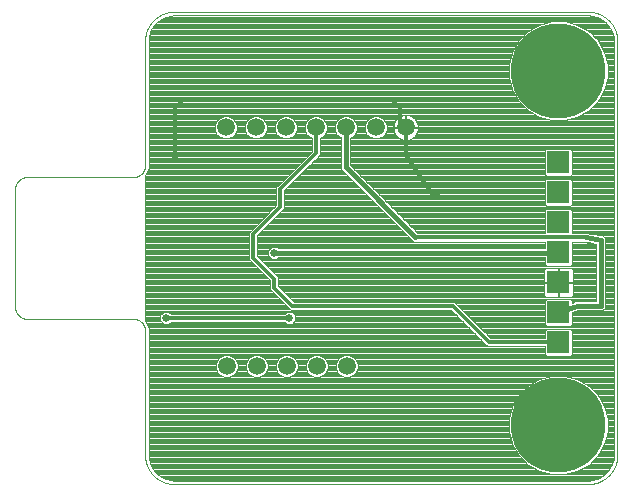
<source format=gbl>
G75*
%MOIN*%
%OFA0B0*%
%FSLAX25Y25*%
%IPPOS*%
%LPD*%
%AMOC8*
5,1,8,0,0,1.08239X$1,22.5*
%
%ADD10C,0.00000*%
%ADD11R,0.07400X0.07400*%
%ADD12C,0.05937*%
%ADD13C,0.31496*%
%ADD14C,0.02578*%
%ADD15C,0.01200*%
%ADD16C,0.00400*%
%ADD17C,0.01600*%
%ADD18C,0.01400*%
D10*
X0056328Y0011043D02*
X0056328Y0052381D01*
X0056326Y0052505D01*
X0056320Y0052628D01*
X0056311Y0052752D01*
X0056297Y0052874D01*
X0056280Y0052997D01*
X0056258Y0053119D01*
X0056233Y0053240D01*
X0056204Y0053360D01*
X0056172Y0053479D01*
X0056135Y0053598D01*
X0056095Y0053715D01*
X0056052Y0053830D01*
X0056004Y0053945D01*
X0055953Y0054057D01*
X0055899Y0054168D01*
X0055841Y0054278D01*
X0055780Y0054385D01*
X0055715Y0054491D01*
X0055647Y0054594D01*
X0055576Y0054695D01*
X0055502Y0054794D01*
X0055425Y0054891D01*
X0055344Y0054985D01*
X0055261Y0055076D01*
X0055175Y0055165D01*
X0055086Y0055251D01*
X0054995Y0055334D01*
X0054901Y0055415D01*
X0054804Y0055492D01*
X0054705Y0055566D01*
X0054604Y0055637D01*
X0054501Y0055705D01*
X0054395Y0055770D01*
X0054288Y0055831D01*
X0054178Y0055889D01*
X0054067Y0055943D01*
X0053955Y0055994D01*
X0053840Y0056042D01*
X0053725Y0056085D01*
X0053608Y0056125D01*
X0053489Y0056162D01*
X0053370Y0056194D01*
X0053250Y0056223D01*
X0053129Y0056248D01*
X0053007Y0056270D01*
X0052884Y0056287D01*
X0052762Y0056301D01*
X0052638Y0056310D01*
X0052515Y0056316D01*
X0052391Y0056318D01*
X0016958Y0056318D01*
X0016834Y0056320D01*
X0016711Y0056326D01*
X0016587Y0056335D01*
X0016465Y0056349D01*
X0016342Y0056366D01*
X0016220Y0056388D01*
X0016099Y0056413D01*
X0015979Y0056442D01*
X0015860Y0056474D01*
X0015741Y0056511D01*
X0015624Y0056551D01*
X0015509Y0056594D01*
X0015394Y0056642D01*
X0015282Y0056693D01*
X0015171Y0056747D01*
X0015061Y0056805D01*
X0014954Y0056866D01*
X0014848Y0056931D01*
X0014745Y0056999D01*
X0014644Y0057070D01*
X0014545Y0057144D01*
X0014448Y0057221D01*
X0014354Y0057302D01*
X0014263Y0057385D01*
X0014174Y0057471D01*
X0014088Y0057560D01*
X0014005Y0057651D01*
X0013924Y0057745D01*
X0013847Y0057842D01*
X0013773Y0057941D01*
X0013702Y0058042D01*
X0013634Y0058145D01*
X0013569Y0058251D01*
X0013508Y0058358D01*
X0013450Y0058468D01*
X0013396Y0058579D01*
X0013345Y0058691D01*
X0013297Y0058806D01*
X0013254Y0058921D01*
X0013214Y0059038D01*
X0013177Y0059157D01*
X0013145Y0059276D01*
X0013116Y0059396D01*
X0013091Y0059517D01*
X0013069Y0059639D01*
X0013052Y0059762D01*
X0013038Y0059884D01*
X0013029Y0060008D01*
X0013023Y0060131D01*
X0013021Y0060255D01*
X0013021Y0099625D01*
X0013023Y0099749D01*
X0013029Y0099872D01*
X0013038Y0099996D01*
X0013052Y0100118D01*
X0013069Y0100241D01*
X0013091Y0100363D01*
X0013116Y0100484D01*
X0013145Y0100604D01*
X0013177Y0100723D01*
X0013214Y0100842D01*
X0013254Y0100959D01*
X0013297Y0101074D01*
X0013345Y0101189D01*
X0013396Y0101301D01*
X0013450Y0101412D01*
X0013508Y0101522D01*
X0013569Y0101629D01*
X0013634Y0101735D01*
X0013702Y0101838D01*
X0013773Y0101939D01*
X0013847Y0102038D01*
X0013924Y0102135D01*
X0014005Y0102229D01*
X0014088Y0102320D01*
X0014174Y0102409D01*
X0014263Y0102495D01*
X0014354Y0102578D01*
X0014448Y0102659D01*
X0014545Y0102736D01*
X0014644Y0102810D01*
X0014745Y0102881D01*
X0014848Y0102949D01*
X0014954Y0103014D01*
X0015061Y0103075D01*
X0015171Y0103133D01*
X0015282Y0103187D01*
X0015394Y0103238D01*
X0015509Y0103286D01*
X0015624Y0103329D01*
X0015741Y0103369D01*
X0015860Y0103406D01*
X0015979Y0103438D01*
X0016099Y0103467D01*
X0016220Y0103492D01*
X0016342Y0103514D01*
X0016465Y0103531D01*
X0016587Y0103545D01*
X0016711Y0103554D01*
X0016834Y0103560D01*
X0016958Y0103562D01*
X0052391Y0103562D01*
X0052515Y0103564D01*
X0052638Y0103570D01*
X0052762Y0103579D01*
X0052884Y0103593D01*
X0053007Y0103610D01*
X0053129Y0103632D01*
X0053250Y0103657D01*
X0053370Y0103686D01*
X0053489Y0103718D01*
X0053608Y0103755D01*
X0053725Y0103795D01*
X0053840Y0103838D01*
X0053955Y0103886D01*
X0054067Y0103937D01*
X0054178Y0103991D01*
X0054288Y0104049D01*
X0054395Y0104110D01*
X0054501Y0104175D01*
X0054604Y0104243D01*
X0054705Y0104314D01*
X0054804Y0104388D01*
X0054901Y0104465D01*
X0054995Y0104546D01*
X0055086Y0104629D01*
X0055175Y0104715D01*
X0055261Y0104804D01*
X0055344Y0104895D01*
X0055425Y0104989D01*
X0055502Y0105086D01*
X0055576Y0105185D01*
X0055647Y0105286D01*
X0055715Y0105389D01*
X0055780Y0105495D01*
X0055841Y0105602D01*
X0055899Y0105712D01*
X0055953Y0105823D01*
X0056004Y0105935D01*
X0056052Y0106050D01*
X0056095Y0106165D01*
X0056135Y0106282D01*
X0056172Y0106401D01*
X0056204Y0106520D01*
X0056233Y0106640D01*
X0056258Y0106761D01*
X0056280Y0106883D01*
X0056297Y0107006D01*
X0056311Y0107128D01*
X0056320Y0107252D01*
X0056326Y0107375D01*
X0056328Y0107499D01*
X0056328Y0148838D01*
X0056331Y0149076D01*
X0056339Y0149314D01*
X0056354Y0149551D01*
X0056374Y0149788D01*
X0056400Y0150024D01*
X0056431Y0150260D01*
X0056468Y0150495D01*
X0056511Y0150729D01*
X0056560Y0150962D01*
X0056614Y0151194D01*
X0056674Y0151424D01*
X0056739Y0151653D01*
X0056810Y0151880D01*
X0056886Y0152105D01*
X0056968Y0152328D01*
X0057055Y0152550D01*
X0057147Y0152769D01*
X0057245Y0152986D01*
X0057347Y0153200D01*
X0057455Y0153412D01*
X0057569Y0153622D01*
X0057687Y0153828D01*
X0057810Y0154032D01*
X0057938Y0154232D01*
X0058070Y0154429D01*
X0058208Y0154624D01*
X0058350Y0154814D01*
X0058497Y0155002D01*
X0058648Y0155185D01*
X0058803Y0155365D01*
X0058963Y0155541D01*
X0059127Y0155713D01*
X0059296Y0155882D01*
X0059468Y0156046D01*
X0059644Y0156206D01*
X0059824Y0156361D01*
X0060007Y0156512D01*
X0060195Y0156659D01*
X0060385Y0156801D01*
X0060580Y0156939D01*
X0060777Y0157071D01*
X0060977Y0157199D01*
X0061181Y0157322D01*
X0061387Y0157440D01*
X0061597Y0157554D01*
X0061809Y0157662D01*
X0062023Y0157764D01*
X0062240Y0157862D01*
X0062459Y0157954D01*
X0062681Y0158041D01*
X0062904Y0158123D01*
X0063129Y0158199D01*
X0063356Y0158270D01*
X0063585Y0158335D01*
X0063815Y0158395D01*
X0064047Y0158449D01*
X0064280Y0158498D01*
X0064514Y0158541D01*
X0064749Y0158578D01*
X0064985Y0158609D01*
X0065221Y0158635D01*
X0065458Y0158655D01*
X0065695Y0158670D01*
X0065933Y0158678D01*
X0066171Y0158681D01*
X0066171Y0158680D02*
X0203966Y0158680D01*
X0203966Y0158681D02*
X0204204Y0158678D01*
X0204442Y0158670D01*
X0204679Y0158655D01*
X0204916Y0158635D01*
X0205152Y0158609D01*
X0205388Y0158578D01*
X0205623Y0158541D01*
X0205857Y0158498D01*
X0206090Y0158449D01*
X0206322Y0158395D01*
X0206552Y0158335D01*
X0206781Y0158270D01*
X0207008Y0158199D01*
X0207233Y0158123D01*
X0207456Y0158041D01*
X0207678Y0157954D01*
X0207897Y0157862D01*
X0208114Y0157764D01*
X0208328Y0157662D01*
X0208540Y0157554D01*
X0208750Y0157440D01*
X0208956Y0157322D01*
X0209160Y0157199D01*
X0209360Y0157071D01*
X0209557Y0156939D01*
X0209752Y0156801D01*
X0209942Y0156659D01*
X0210130Y0156512D01*
X0210313Y0156361D01*
X0210493Y0156206D01*
X0210669Y0156046D01*
X0210841Y0155882D01*
X0211010Y0155713D01*
X0211174Y0155541D01*
X0211334Y0155365D01*
X0211489Y0155185D01*
X0211640Y0155002D01*
X0211787Y0154814D01*
X0211929Y0154624D01*
X0212067Y0154429D01*
X0212199Y0154232D01*
X0212327Y0154032D01*
X0212450Y0153828D01*
X0212568Y0153622D01*
X0212682Y0153412D01*
X0212790Y0153200D01*
X0212892Y0152986D01*
X0212990Y0152769D01*
X0213082Y0152550D01*
X0213169Y0152328D01*
X0213251Y0152105D01*
X0213327Y0151880D01*
X0213398Y0151653D01*
X0213463Y0151424D01*
X0213523Y0151194D01*
X0213577Y0150962D01*
X0213626Y0150729D01*
X0213669Y0150495D01*
X0213706Y0150260D01*
X0213737Y0150024D01*
X0213763Y0149788D01*
X0213783Y0149551D01*
X0213798Y0149314D01*
X0213806Y0149076D01*
X0213809Y0148838D01*
X0213808Y0148838D02*
X0213808Y0011043D01*
X0213809Y0011043D02*
X0213806Y0010805D01*
X0213798Y0010567D01*
X0213783Y0010330D01*
X0213763Y0010093D01*
X0213737Y0009857D01*
X0213706Y0009621D01*
X0213669Y0009386D01*
X0213626Y0009152D01*
X0213577Y0008919D01*
X0213523Y0008687D01*
X0213463Y0008457D01*
X0213398Y0008228D01*
X0213327Y0008001D01*
X0213251Y0007776D01*
X0213169Y0007553D01*
X0213082Y0007331D01*
X0212990Y0007112D01*
X0212892Y0006895D01*
X0212790Y0006681D01*
X0212682Y0006469D01*
X0212568Y0006259D01*
X0212450Y0006053D01*
X0212327Y0005849D01*
X0212199Y0005649D01*
X0212067Y0005452D01*
X0211929Y0005257D01*
X0211787Y0005067D01*
X0211640Y0004879D01*
X0211489Y0004696D01*
X0211334Y0004516D01*
X0211174Y0004340D01*
X0211010Y0004168D01*
X0210841Y0003999D01*
X0210669Y0003835D01*
X0210493Y0003675D01*
X0210313Y0003520D01*
X0210130Y0003369D01*
X0209942Y0003222D01*
X0209752Y0003080D01*
X0209557Y0002942D01*
X0209360Y0002810D01*
X0209160Y0002682D01*
X0208956Y0002559D01*
X0208750Y0002441D01*
X0208540Y0002327D01*
X0208328Y0002219D01*
X0208114Y0002117D01*
X0207897Y0002019D01*
X0207678Y0001927D01*
X0207456Y0001840D01*
X0207233Y0001758D01*
X0207008Y0001682D01*
X0206781Y0001611D01*
X0206552Y0001546D01*
X0206322Y0001486D01*
X0206090Y0001432D01*
X0205857Y0001383D01*
X0205623Y0001340D01*
X0205388Y0001303D01*
X0205152Y0001272D01*
X0204916Y0001246D01*
X0204679Y0001226D01*
X0204442Y0001211D01*
X0204204Y0001203D01*
X0203966Y0001200D01*
X0066171Y0001200D01*
X0065933Y0001203D01*
X0065695Y0001211D01*
X0065458Y0001226D01*
X0065221Y0001246D01*
X0064985Y0001272D01*
X0064749Y0001303D01*
X0064514Y0001340D01*
X0064280Y0001383D01*
X0064047Y0001432D01*
X0063815Y0001486D01*
X0063585Y0001546D01*
X0063356Y0001611D01*
X0063129Y0001682D01*
X0062904Y0001758D01*
X0062681Y0001840D01*
X0062459Y0001927D01*
X0062240Y0002019D01*
X0062023Y0002117D01*
X0061809Y0002219D01*
X0061597Y0002327D01*
X0061387Y0002441D01*
X0061181Y0002559D01*
X0060977Y0002682D01*
X0060777Y0002810D01*
X0060580Y0002942D01*
X0060385Y0003080D01*
X0060195Y0003222D01*
X0060007Y0003369D01*
X0059824Y0003520D01*
X0059644Y0003675D01*
X0059468Y0003835D01*
X0059296Y0003999D01*
X0059127Y0004168D01*
X0058963Y0004340D01*
X0058803Y0004516D01*
X0058648Y0004696D01*
X0058497Y0004879D01*
X0058350Y0005067D01*
X0058208Y0005257D01*
X0058070Y0005452D01*
X0057938Y0005649D01*
X0057810Y0005849D01*
X0057687Y0006053D01*
X0057569Y0006259D01*
X0057455Y0006469D01*
X0057347Y0006681D01*
X0057245Y0006895D01*
X0057147Y0007112D01*
X0057055Y0007331D01*
X0056968Y0007553D01*
X0056886Y0007776D01*
X0056810Y0008001D01*
X0056739Y0008228D01*
X0056674Y0008457D01*
X0056614Y0008687D01*
X0056560Y0008919D01*
X0056511Y0009152D01*
X0056468Y0009386D01*
X0056431Y0009621D01*
X0056400Y0009857D01*
X0056374Y0010093D01*
X0056354Y0010330D01*
X0056339Y0010567D01*
X0056331Y0010805D01*
X0056328Y0011043D01*
D11*
X0194123Y0048444D03*
X0194123Y0058444D03*
X0194123Y0068444D03*
X0194123Y0078444D03*
X0194123Y0088444D03*
X0194123Y0098444D03*
X0194123Y0108444D03*
D12*
X0143257Y0120098D03*
X0133257Y0120098D03*
X0123257Y0120098D03*
X0113257Y0120098D03*
X0103257Y0120098D03*
X0093257Y0120098D03*
X0083257Y0120098D03*
X0083572Y0040570D03*
X0093572Y0040570D03*
X0103572Y0040570D03*
X0113572Y0040570D03*
X0123572Y0040570D03*
D13*
X0194123Y0020885D03*
X0194123Y0138995D03*
D14*
X0153454Y0097680D03*
X0099391Y0078280D03*
X0104391Y0056680D03*
X0063328Y0056680D03*
X0066391Y0110680D03*
D15*
X0066391Y0126680D01*
X0069391Y0129680D01*
X0138391Y0129680D01*
X0141391Y0126680D01*
X0141391Y0121964D01*
X0143257Y0120098D01*
X0143257Y0110814D01*
X0152454Y0097680D01*
X0153454Y0097680D01*
X0113257Y0111546D02*
X0101391Y0099680D01*
X0101391Y0093680D01*
X0092391Y0084680D01*
X0092391Y0076680D01*
X0099391Y0069680D01*
X0099391Y0066680D01*
X0105391Y0060680D01*
X0158854Y0060680D01*
X0171054Y0048480D01*
X0194048Y0048480D01*
X0194123Y0048444D01*
X0113257Y0111546D02*
X0113257Y0120098D01*
X0104391Y0056680D02*
X0063328Y0056680D01*
D16*
X0061339Y0056661D02*
X0056328Y0056661D01*
X0056328Y0056263D02*
X0061339Y0056263D01*
X0061339Y0055864D02*
X0056328Y0055864D01*
X0056328Y0055709D02*
X0056328Y0104171D01*
X0056746Y0104589D01*
X0056746Y0104589D01*
X0056746Y0104589D01*
X0057528Y0106477D01*
X0057528Y0148838D01*
X0057634Y0150190D01*
X0058470Y0152761D01*
X0060059Y0154949D01*
X0062247Y0156538D01*
X0064819Y0157374D01*
X0066171Y0157480D01*
X0203966Y0157480D01*
X0205318Y0157374D01*
X0207889Y0156538D01*
X0210077Y0154949D01*
X0211666Y0152761D01*
X0212502Y0150190D01*
X0212608Y0148838D01*
X0212608Y0011043D01*
X0212502Y0009691D01*
X0211666Y0007119D01*
X0210077Y0004931D01*
X0207889Y0003342D01*
X0205318Y0002506D01*
X0203966Y0002400D01*
X0066171Y0002400D01*
X0064819Y0002506D01*
X0062247Y0003342D01*
X0060059Y0004931D01*
X0058470Y0007119D01*
X0057634Y0009691D01*
X0057528Y0011043D01*
X0057528Y0053403D01*
X0056746Y0055291D01*
X0056328Y0055709D01*
X0056571Y0055466D02*
X0061730Y0055466D01*
X0061339Y0055856D02*
X0062504Y0054691D01*
X0064152Y0054691D01*
X0064841Y0055380D01*
X0102878Y0055380D01*
X0103567Y0054691D01*
X0105215Y0054691D01*
X0106380Y0055856D01*
X0106380Y0057504D01*
X0105215Y0058669D01*
X0103567Y0058669D01*
X0102878Y0057980D01*
X0064841Y0057980D01*
X0064152Y0058669D01*
X0062504Y0058669D01*
X0061339Y0057504D01*
X0061339Y0055856D01*
X0062128Y0055067D02*
X0056839Y0055067D01*
X0056746Y0055291D02*
X0056746Y0055291D01*
X0057004Y0054669D02*
X0163027Y0054669D01*
X0162629Y0055067D02*
X0105591Y0055067D01*
X0105989Y0055466D02*
X0162230Y0055466D01*
X0161831Y0055864D02*
X0106380Y0055864D01*
X0106380Y0056263D02*
X0161433Y0056263D01*
X0161034Y0056661D02*
X0106380Y0056661D01*
X0106380Y0057060D02*
X0160636Y0057060D01*
X0160237Y0057458D02*
X0106380Y0057458D01*
X0106027Y0057857D02*
X0159839Y0057857D01*
X0159440Y0058255D02*
X0105629Y0058255D01*
X0105230Y0058654D02*
X0159042Y0058654D01*
X0158643Y0059052D02*
X0056328Y0059052D01*
X0056328Y0058654D02*
X0062489Y0058654D01*
X0062090Y0058255D02*
X0056328Y0058255D01*
X0056328Y0057857D02*
X0061692Y0057857D01*
X0061339Y0057458D02*
X0056328Y0057458D01*
X0056328Y0057060D02*
X0061339Y0057060D01*
X0064167Y0058654D02*
X0103552Y0058654D01*
X0103153Y0058255D02*
X0064566Y0058255D01*
X0064528Y0055067D02*
X0103191Y0055067D01*
X0104853Y0059380D02*
X0158316Y0059380D01*
X0169754Y0047942D01*
X0170516Y0047180D01*
X0189723Y0047180D01*
X0189723Y0044454D01*
X0190133Y0044044D01*
X0198113Y0044044D01*
X0198523Y0044454D01*
X0198523Y0052434D01*
X0198113Y0052844D01*
X0190133Y0052844D01*
X0189723Y0052434D01*
X0189723Y0049780D01*
X0171593Y0049780D01*
X0159393Y0061980D01*
X0105930Y0061980D01*
X0100691Y0067219D01*
X0100691Y0070219D01*
X0093691Y0077219D01*
X0093691Y0084142D01*
X0102691Y0093142D01*
X0102691Y0099142D01*
X0114557Y0111008D01*
X0114557Y0116665D01*
X0115335Y0116988D01*
X0116367Y0118020D01*
X0116926Y0119368D01*
X0116926Y0120827D01*
X0116367Y0122176D01*
X0115335Y0123208D01*
X0113987Y0123766D01*
X0112527Y0123766D01*
X0111179Y0123208D01*
X0110147Y0122176D01*
X0109589Y0120827D01*
X0109589Y0119368D01*
X0110147Y0118020D01*
X0111179Y0116988D01*
X0111957Y0116665D01*
X0111957Y0112085D01*
X0100853Y0100980D01*
X0100091Y0100219D01*
X0100091Y0094219D01*
X0091853Y0085980D01*
X0091091Y0085219D01*
X0091091Y0076142D01*
X0098091Y0069142D01*
X0098091Y0066142D01*
X0104091Y0060142D01*
X0104091Y0060142D01*
X0104853Y0059380D01*
X0104782Y0059451D02*
X0056328Y0059451D01*
X0056328Y0059850D02*
X0104383Y0059850D01*
X0103985Y0060248D02*
X0056328Y0060248D01*
X0056328Y0060647D02*
X0103586Y0060647D01*
X0103188Y0061045D02*
X0056328Y0061045D01*
X0056328Y0061444D02*
X0102789Y0061444D01*
X0102391Y0061842D02*
X0056328Y0061842D01*
X0056328Y0062241D02*
X0101992Y0062241D01*
X0101594Y0062639D02*
X0056328Y0062639D01*
X0056328Y0063038D02*
X0101195Y0063038D01*
X0100797Y0063436D02*
X0056328Y0063436D01*
X0056328Y0063835D02*
X0100398Y0063835D01*
X0100000Y0064233D02*
X0056328Y0064233D01*
X0056328Y0064632D02*
X0099601Y0064632D01*
X0099203Y0065030D02*
X0056328Y0065030D01*
X0056328Y0065429D02*
X0098804Y0065429D01*
X0098406Y0065827D02*
X0056328Y0065827D01*
X0056328Y0066226D02*
X0098091Y0066226D01*
X0098091Y0066624D02*
X0056328Y0066624D01*
X0056328Y0067023D02*
X0098091Y0067023D01*
X0098091Y0067421D02*
X0056328Y0067421D01*
X0056328Y0067820D02*
X0098091Y0067820D01*
X0098091Y0068218D02*
X0056328Y0068218D01*
X0056328Y0068617D02*
X0098091Y0068617D01*
X0098091Y0069015D02*
X0056328Y0069015D01*
X0056328Y0069414D02*
X0097819Y0069414D01*
X0097421Y0069812D02*
X0056328Y0069812D01*
X0056328Y0070211D02*
X0097022Y0070211D01*
X0096624Y0070609D02*
X0056328Y0070609D01*
X0056328Y0071008D02*
X0096225Y0071008D01*
X0095827Y0071406D02*
X0056328Y0071406D01*
X0056328Y0071805D02*
X0095428Y0071805D01*
X0095030Y0072203D02*
X0056328Y0072203D01*
X0056328Y0072602D02*
X0094631Y0072602D01*
X0094233Y0073000D02*
X0056328Y0073000D01*
X0056328Y0073399D02*
X0093834Y0073399D01*
X0093435Y0073797D02*
X0056328Y0073797D01*
X0056328Y0074196D02*
X0093037Y0074196D01*
X0092638Y0074594D02*
X0056328Y0074594D01*
X0056328Y0074993D02*
X0092240Y0074993D01*
X0091841Y0075391D02*
X0056328Y0075391D01*
X0056328Y0075790D02*
X0091443Y0075790D01*
X0091091Y0076188D02*
X0056328Y0076188D01*
X0056328Y0076587D02*
X0091091Y0076587D01*
X0091091Y0076985D02*
X0056328Y0076985D01*
X0056328Y0077384D02*
X0091091Y0077384D01*
X0091091Y0077783D02*
X0056328Y0077783D01*
X0056328Y0078181D02*
X0091091Y0078181D01*
X0091091Y0078580D02*
X0056328Y0078580D01*
X0056328Y0078978D02*
X0091091Y0078978D01*
X0091091Y0079377D02*
X0056328Y0079377D01*
X0056328Y0079775D02*
X0091091Y0079775D01*
X0091091Y0080174D02*
X0056328Y0080174D01*
X0056328Y0080572D02*
X0091091Y0080572D01*
X0091091Y0080971D02*
X0056328Y0080971D01*
X0056328Y0081369D02*
X0091091Y0081369D01*
X0091091Y0081768D02*
X0056328Y0081768D01*
X0056328Y0082166D02*
X0091091Y0082166D01*
X0091091Y0082565D02*
X0056328Y0082565D01*
X0056328Y0082963D02*
X0091091Y0082963D01*
X0091091Y0083362D02*
X0056328Y0083362D01*
X0056328Y0083760D02*
X0091091Y0083760D01*
X0091091Y0084159D02*
X0056328Y0084159D01*
X0056328Y0084557D02*
X0091091Y0084557D01*
X0091091Y0084956D02*
X0056328Y0084956D01*
X0056328Y0085354D02*
X0091227Y0085354D01*
X0091625Y0085753D02*
X0056328Y0085753D01*
X0056328Y0086151D02*
X0092024Y0086151D01*
X0092422Y0086550D02*
X0056328Y0086550D01*
X0056328Y0086948D02*
X0092821Y0086948D01*
X0093219Y0087347D02*
X0056328Y0087347D01*
X0056328Y0087745D02*
X0093618Y0087745D01*
X0094016Y0088144D02*
X0056328Y0088144D01*
X0056328Y0088542D02*
X0094415Y0088542D01*
X0094813Y0088941D02*
X0056328Y0088941D01*
X0056328Y0089339D02*
X0095212Y0089339D01*
X0095610Y0089738D02*
X0056328Y0089738D01*
X0056328Y0090136D02*
X0096009Y0090136D01*
X0096407Y0090535D02*
X0056328Y0090535D01*
X0056328Y0090933D02*
X0096806Y0090933D01*
X0097204Y0091332D02*
X0056328Y0091332D01*
X0056328Y0091730D02*
X0097603Y0091730D01*
X0098001Y0092129D02*
X0056328Y0092129D01*
X0056328Y0092527D02*
X0098400Y0092527D01*
X0098798Y0092926D02*
X0056328Y0092926D01*
X0056328Y0093324D02*
X0099197Y0093324D01*
X0099595Y0093723D02*
X0056328Y0093723D01*
X0056328Y0094121D02*
X0099994Y0094121D01*
X0100091Y0094520D02*
X0056328Y0094520D01*
X0056328Y0094919D02*
X0100091Y0094919D01*
X0100091Y0095317D02*
X0056328Y0095317D01*
X0056328Y0095716D02*
X0100091Y0095716D01*
X0100091Y0096114D02*
X0056328Y0096114D01*
X0056328Y0096513D02*
X0100091Y0096513D01*
X0100091Y0096911D02*
X0056328Y0096911D01*
X0056328Y0097310D02*
X0100091Y0097310D01*
X0100091Y0097708D02*
X0056328Y0097708D01*
X0056328Y0098107D02*
X0100091Y0098107D01*
X0100091Y0098505D02*
X0056328Y0098505D01*
X0056328Y0098904D02*
X0100091Y0098904D01*
X0100091Y0099302D02*
X0056328Y0099302D01*
X0056328Y0099701D02*
X0100091Y0099701D01*
X0100091Y0100099D02*
X0056328Y0100099D01*
X0056328Y0100498D02*
X0100370Y0100498D01*
X0100768Y0100896D02*
X0056328Y0100896D01*
X0056328Y0101295D02*
X0101167Y0101295D01*
X0101565Y0101693D02*
X0056328Y0101693D01*
X0056328Y0102092D02*
X0101964Y0102092D01*
X0102362Y0102490D02*
X0056328Y0102490D01*
X0056328Y0102889D02*
X0102761Y0102889D01*
X0103160Y0103287D02*
X0056328Y0103287D01*
X0056328Y0103686D02*
X0103558Y0103686D01*
X0103957Y0104084D02*
X0056328Y0104084D01*
X0056639Y0104483D02*
X0104355Y0104483D01*
X0104754Y0104881D02*
X0056867Y0104881D01*
X0057032Y0105280D02*
X0105152Y0105280D01*
X0105551Y0105678D02*
X0057197Y0105678D01*
X0057362Y0106077D02*
X0105949Y0106077D01*
X0106348Y0106475D02*
X0057527Y0106475D01*
X0057528Y0106874D02*
X0106746Y0106874D01*
X0107145Y0107272D02*
X0057528Y0107272D01*
X0057528Y0107671D02*
X0107543Y0107671D01*
X0107942Y0108069D02*
X0057528Y0108069D01*
X0057528Y0108468D02*
X0108340Y0108468D01*
X0108739Y0108866D02*
X0057528Y0108866D01*
X0057528Y0109265D02*
X0109137Y0109265D01*
X0109536Y0109663D02*
X0057528Y0109663D01*
X0057528Y0110062D02*
X0109934Y0110062D01*
X0110333Y0110460D02*
X0057528Y0110460D01*
X0057528Y0110859D02*
X0110731Y0110859D01*
X0111130Y0111257D02*
X0057528Y0111257D01*
X0057528Y0111656D02*
X0111528Y0111656D01*
X0111927Y0112054D02*
X0057528Y0112054D01*
X0057528Y0112453D02*
X0111957Y0112453D01*
X0111957Y0112852D02*
X0057528Y0112852D01*
X0057528Y0113250D02*
X0111957Y0113250D01*
X0111957Y0113649D02*
X0057528Y0113649D01*
X0057528Y0114047D02*
X0111957Y0114047D01*
X0111957Y0114446D02*
X0057528Y0114446D01*
X0057528Y0114844D02*
X0111957Y0114844D01*
X0111957Y0115243D02*
X0057528Y0115243D01*
X0057528Y0115641D02*
X0111957Y0115641D01*
X0111957Y0116040D02*
X0057528Y0116040D01*
X0057528Y0116438D02*
X0082506Y0116438D01*
X0082527Y0116429D02*
X0083987Y0116429D01*
X0085335Y0116988D01*
X0086367Y0118020D01*
X0086926Y0119368D01*
X0086926Y0120827D01*
X0086367Y0122176D01*
X0085335Y0123208D01*
X0083987Y0123766D01*
X0082527Y0123766D01*
X0081179Y0123208D01*
X0080147Y0122176D01*
X0079589Y0120827D01*
X0079589Y0119368D01*
X0080147Y0118020D01*
X0081179Y0116988D01*
X0082527Y0116429D01*
X0081544Y0116837D02*
X0057528Y0116837D01*
X0057528Y0117235D02*
X0080932Y0117235D01*
X0080533Y0117634D02*
X0057528Y0117634D01*
X0057528Y0118032D02*
X0080142Y0118032D01*
X0079977Y0118431D02*
X0057528Y0118431D01*
X0057528Y0118829D02*
X0079812Y0118829D01*
X0079647Y0119228D02*
X0057528Y0119228D01*
X0057528Y0119626D02*
X0079589Y0119626D01*
X0079589Y0120025D02*
X0057528Y0120025D01*
X0057528Y0120423D02*
X0079589Y0120423D01*
X0079589Y0120822D02*
X0057528Y0120822D01*
X0057528Y0121220D02*
X0079751Y0121220D01*
X0079917Y0121619D02*
X0057528Y0121619D01*
X0057528Y0122017D02*
X0080082Y0122017D01*
X0080387Y0122416D02*
X0057528Y0122416D01*
X0057528Y0122814D02*
X0080786Y0122814D01*
X0081192Y0123213D02*
X0057528Y0123213D01*
X0057528Y0123611D02*
X0082154Y0123611D01*
X0084361Y0123611D02*
X0092154Y0123611D01*
X0092527Y0123766D02*
X0091179Y0123208D01*
X0090147Y0122176D01*
X0089589Y0120827D01*
X0089589Y0119368D01*
X0090147Y0118020D01*
X0091179Y0116988D01*
X0092527Y0116429D01*
X0093987Y0116429D01*
X0095335Y0116988D01*
X0096367Y0118020D01*
X0096926Y0119368D01*
X0096926Y0120827D01*
X0096367Y0122176D01*
X0095335Y0123208D01*
X0093987Y0123766D01*
X0092527Y0123766D01*
X0091192Y0123213D02*
X0085323Y0123213D01*
X0085729Y0122814D02*
X0090786Y0122814D01*
X0090387Y0122416D02*
X0086127Y0122416D01*
X0086433Y0122017D02*
X0090082Y0122017D01*
X0089917Y0121619D02*
X0086598Y0121619D01*
X0086763Y0121220D02*
X0089751Y0121220D01*
X0089589Y0120822D02*
X0086926Y0120822D01*
X0086926Y0120423D02*
X0089589Y0120423D01*
X0089589Y0120025D02*
X0086926Y0120025D01*
X0086926Y0119626D02*
X0089589Y0119626D01*
X0089647Y0119228D02*
X0086868Y0119228D01*
X0086703Y0118829D02*
X0089812Y0118829D01*
X0089977Y0118431D02*
X0086537Y0118431D01*
X0086372Y0118032D02*
X0090142Y0118032D01*
X0090533Y0117634D02*
X0085981Y0117634D01*
X0085583Y0117235D02*
X0090932Y0117235D01*
X0091544Y0116837D02*
X0084971Y0116837D01*
X0084009Y0116438D02*
X0092506Y0116438D01*
X0094009Y0116438D02*
X0102506Y0116438D01*
X0102527Y0116429D02*
X0103987Y0116429D01*
X0105335Y0116988D01*
X0106367Y0118020D01*
X0106926Y0119368D01*
X0106926Y0120827D01*
X0106367Y0122176D01*
X0105335Y0123208D01*
X0103987Y0123766D01*
X0102527Y0123766D01*
X0101179Y0123208D01*
X0100147Y0122176D01*
X0099589Y0120827D01*
X0099589Y0119368D01*
X0100147Y0118020D01*
X0101179Y0116988D01*
X0102527Y0116429D01*
X0101544Y0116837D02*
X0094971Y0116837D01*
X0095583Y0117235D02*
X0100932Y0117235D01*
X0100533Y0117634D02*
X0095981Y0117634D01*
X0096372Y0118032D02*
X0100142Y0118032D01*
X0099977Y0118431D02*
X0096537Y0118431D01*
X0096703Y0118829D02*
X0099812Y0118829D01*
X0099647Y0119228D02*
X0096868Y0119228D01*
X0096926Y0119626D02*
X0099589Y0119626D01*
X0099589Y0120025D02*
X0096926Y0120025D01*
X0096926Y0120423D02*
X0099589Y0120423D01*
X0099589Y0120822D02*
X0096926Y0120822D01*
X0096763Y0121220D02*
X0099751Y0121220D01*
X0099917Y0121619D02*
X0096598Y0121619D01*
X0096433Y0122017D02*
X0100082Y0122017D01*
X0100387Y0122416D02*
X0096127Y0122416D01*
X0095729Y0122814D02*
X0100786Y0122814D01*
X0101192Y0123213D02*
X0095323Y0123213D01*
X0094361Y0123611D02*
X0102154Y0123611D01*
X0104361Y0123611D02*
X0112154Y0123611D01*
X0111192Y0123213D02*
X0105323Y0123213D01*
X0105729Y0122814D02*
X0110786Y0122814D01*
X0110387Y0122416D02*
X0106127Y0122416D01*
X0106433Y0122017D02*
X0110082Y0122017D01*
X0109917Y0121619D02*
X0106598Y0121619D01*
X0106763Y0121220D02*
X0109751Y0121220D01*
X0109589Y0120822D02*
X0106926Y0120822D01*
X0106926Y0120423D02*
X0109589Y0120423D01*
X0109589Y0120025D02*
X0106926Y0120025D01*
X0106926Y0119626D02*
X0109589Y0119626D01*
X0109647Y0119228D02*
X0106868Y0119228D01*
X0106703Y0118829D02*
X0109812Y0118829D01*
X0109977Y0118431D02*
X0106537Y0118431D01*
X0106372Y0118032D02*
X0110142Y0118032D01*
X0110533Y0117634D02*
X0105981Y0117634D01*
X0105583Y0117235D02*
X0110932Y0117235D01*
X0111544Y0116837D02*
X0104971Y0116837D01*
X0104009Y0116438D02*
X0111957Y0116438D01*
X0114557Y0116438D02*
X0121757Y0116438D01*
X0121757Y0116748D02*
X0121757Y0106815D01*
X0121756Y0106196D01*
X0121757Y0106195D01*
X0121757Y0106193D01*
X0122196Y0105754D01*
X0145867Y0081982D01*
X0147109Y0081979D01*
X0147211Y0082080D01*
X0189723Y0082080D01*
X0189723Y0079780D01*
X0100704Y0079780D01*
X0100215Y0080269D01*
X0098567Y0080269D01*
X0097402Y0079104D01*
X0097402Y0077456D01*
X0098567Y0076291D01*
X0100215Y0076291D01*
X0100704Y0076780D01*
X0189723Y0076780D01*
X0189723Y0074454D01*
X0190133Y0074044D01*
X0198113Y0074044D01*
X0198523Y0074454D01*
X0198523Y0082080D01*
X0202700Y0082080D01*
X0206765Y0081408D01*
X0206765Y0062180D01*
X0200589Y0062180D01*
X0200327Y0062302D01*
X0199992Y0062180D01*
X0199636Y0062180D01*
X0199431Y0061976D01*
X0198523Y0061645D01*
X0198523Y0062434D01*
X0198113Y0062844D01*
X0190133Y0062844D01*
X0189723Y0062434D01*
X0189723Y0054454D01*
X0190133Y0054044D01*
X0198113Y0054044D01*
X0198523Y0054454D01*
X0198523Y0058452D01*
X0200522Y0059180D01*
X0208886Y0059180D01*
X0209765Y0060059D01*
X0209765Y0082557D01*
X0209846Y0083049D01*
X0209765Y0083162D01*
X0209765Y0083302D01*
X0209413Y0083654D01*
X0209123Y0084059D01*
X0208985Y0084082D01*
X0208886Y0084180D01*
X0208388Y0084180D01*
X0203060Y0085062D01*
X0202807Y0084880D01*
X0198523Y0084880D01*
X0198523Y0092434D01*
X0198113Y0092844D01*
X0190133Y0092844D01*
X0189723Y0092434D01*
X0189723Y0084880D01*
X0147214Y0084880D01*
X0124757Y0107434D01*
X0124757Y0116748D01*
X0125335Y0116988D01*
X0126367Y0118020D01*
X0126926Y0119368D01*
X0126926Y0120827D01*
X0126367Y0122176D01*
X0125335Y0123208D01*
X0123987Y0123766D01*
X0122527Y0123766D01*
X0121179Y0123208D01*
X0120147Y0122176D01*
X0119589Y0120827D01*
X0119589Y0119368D01*
X0120147Y0118020D01*
X0121179Y0116988D01*
X0121757Y0116748D01*
X0121544Y0116837D02*
X0114971Y0116837D01*
X0115583Y0117235D02*
X0120932Y0117235D01*
X0120533Y0117634D02*
X0115981Y0117634D01*
X0116372Y0118032D02*
X0120142Y0118032D01*
X0119977Y0118431D02*
X0116537Y0118431D01*
X0116703Y0118829D02*
X0119812Y0118829D01*
X0119647Y0119228D02*
X0116868Y0119228D01*
X0116926Y0119626D02*
X0119589Y0119626D01*
X0119589Y0120025D02*
X0116926Y0120025D01*
X0116926Y0120423D02*
X0119589Y0120423D01*
X0119589Y0120822D02*
X0116926Y0120822D01*
X0116763Y0121220D02*
X0119751Y0121220D01*
X0119917Y0121619D02*
X0116598Y0121619D01*
X0116433Y0122017D02*
X0120082Y0122017D01*
X0120387Y0122416D02*
X0116127Y0122416D01*
X0115729Y0122814D02*
X0120786Y0122814D01*
X0121192Y0123213D02*
X0115323Y0123213D01*
X0114361Y0123611D02*
X0122154Y0123611D01*
X0124361Y0123611D02*
X0132154Y0123611D01*
X0132527Y0123766D02*
X0131179Y0123208D01*
X0130147Y0122176D01*
X0129589Y0120827D01*
X0129589Y0119368D01*
X0130147Y0118020D01*
X0131179Y0116988D01*
X0132527Y0116429D01*
X0133987Y0116429D01*
X0135335Y0116988D01*
X0136367Y0118020D01*
X0136926Y0119368D01*
X0136926Y0120827D01*
X0136367Y0122176D01*
X0135335Y0123208D01*
X0133987Y0123766D01*
X0132527Y0123766D01*
X0131192Y0123213D02*
X0125323Y0123213D01*
X0125729Y0122814D02*
X0130786Y0122814D01*
X0130387Y0122416D02*
X0126127Y0122416D01*
X0126433Y0122017D02*
X0130082Y0122017D01*
X0129917Y0121619D02*
X0126598Y0121619D01*
X0126763Y0121220D02*
X0129751Y0121220D01*
X0129589Y0120822D02*
X0126926Y0120822D01*
X0126926Y0120423D02*
X0129589Y0120423D01*
X0129589Y0120025D02*
X0126926Y0120025D01*
X0126926Y0119626D02*
X0129589Y0119626D01*
X0129647Y0119228D02*
X0126868Y0119228D01*
X0126703Y0118829D02*
X0129812Y0118829D01*
X0129977Y0118431D02*
X0126537Y0118431D01*
X0126372Y0118032D02*
X0130142Y0118032D01*
X0130533Y0117634D02*
X0125981Y0117634D01*
X0125583Y0117235D02*
X0130932Y0117235D01*
X0131544Y0116837D02*
X0124971Y0116837D01*
X0124757Y0116438D02*
X0132506Y0116438D01*
X0134009Y0116438D02*
X0141257Y0116438D01*
X0141072Y0116532D02*
X0141657Y0116235D01*
X0142281Y0116032D01*
X0142929Y0115929D01*
X0143057Y0115929D01*
X0143057Y0119898D01*
X0139089Y0119898D01*
X0139089Y0119770D01*
X0139191Y0119122D01*
X0139394Y0118497D01*
X0139692Y0117913D01*
X0140078Y0117382D01*
X0140542Y0116918D01*
X0141072Y0116532D01*
X0140654Y0116837D02*
X0134971Y0116837D01*
X0135583Y0117235D02*
X0140225Y0117235D01*
X0139895Y0117634D02*
X0135981Y0117634D01*
X0136372Y0118032D02*
X0139631Y0118032D01*
X0139428Y0118431D02*
X0136537Y0118431D01*
X0136703Y0118829D02*
X0139286Y0118829D01*
X0139175Y0119228D02*
X0136868Y0119228D01*
X0136926Y0119626D02*
X0139111Y0119626D01*
X0139089Y0120298D02*
X0143057Y0120298D01*
X0143057Y0124266D01*
X0142929Y0124266D01*
X0142281Y0124163D01*
X0141657Y0123961D01*
X0141072Y0123663D01*
X0140542Y0123277D01*
X0140078Y0122813D01*
X0139692Y0122282D01*
X0139394Y0121698D01*
X0139191Y0121074D01*
X0139089Y0120426D01*
X0139089Y0120298D01*
X0139089Y0120423D02*
X0136926Y0120423D01*
X0136926Y0120025D02*
X0143057Y0120025D01*
X0143057Y0119898D02*
X0143057Y0120298D01*
X0143457Y0120298D01*
X0143457Y0124266D01*
X0143585Y0124266D01*
X0144233Y0124163D01*
X0144857Y0123961D01*
X0145442Y0123663D01*
X0145973Y0123277D01*
X0146437Y0122813D01*
X0146822Y0122282D01*
X0147120Y0121698D01*
X0147323Y0121074D01*
X0147426Y0120426D01*
X0147426Y0120298D01*
X0143457Y0120298D01*
X0143457Y0119898D01*
X0147426Y0119898D01*
X0147426Y0119770D01*
X0147323Y0119122D01*
X0147120Y0118497D01*
X0146822Y0117913D01*
X0146437Y0117382D01*
X0145973Y0116918D01*
X0145442Y0116532D01*
X0144857Y0116235D01*
X0144233Y0116032D01*
X0143585Y0115929D01*
X0143457Y0115929D01*
X0143457Y0119898D01*
X0143057Y0119898D01*
X0143057Y0119626D02*
X0143457Y0119626D01*
X0143457Y0119228D02*
X0143057Y0119228D01*
X0143057Y0118829D02*
X0143457Y0118829D01*
X0143457Y0118431D02*
X0143057Y0118431D01*
X0143057Y0118032D02*
X0143457Y0118032D01*
X0143457Y0117634D02*
X0143057Y0117634D01*
X0143057Y0117235D02*
X0143457Y0117235D01*
X0143457Y0116837D02*
X0143057Y0116837D01*
X0143057Y0116438D02*
X0143457Y0116438D01*
X0143457Y0116040D02*
X0143057Y0116040D01*
X0142257Y0116040D02*
X0124757Y0116040D01*
X0124757Y0115641D02*
X0212608Y0115641D01*
X0212608Y0115243D02*
X0124757Y0115243D01*
X0124757Y0114844D02*
X0212608Y0114844D01*
X0212608Y0114446D02*
X0124757Y0114446D01*
X0124757Y0114047D02*
X0212608Y0114047D01*
X0212608Y0113649D02*
X0124757Y0113649D01*
X0124757Y0113250D02*
X0212608Y0113250D01*
X0212608Y0112852D02*
X0124757Y0112852D01*
X0124757Y0112453D02*
X0189742Y0112453D01*
X0189723Y0112434D02*
X0190133Y0112844D01*
X0198113Y0112844D01*
X0198523Y0112434D01*
X0198523Y0104454D01*
X0198113Y0104044D01*
X0190133Y0104044D01*
X0189723Y0104454D01*
X0189723Y0112434D01*
X0189723Y0112054D02*
X0124757Y0112054D01*
X0124757Y0111656D02*
X0189723Y0111656D01*
X0189723Y0111257D02*
X0124757Y0111257D01*
X0124757Y0110859D02*
X0189723Y0110859D01*
X0189723Y0110460D02*
X0124757Y0110460D01*
X0124757Y0110062D02*
X0189723Y0110062D01*
X0189723Y0109663D02*
X0124757Y0109663D01*
X0124757Y0109265D02*
X0189723Y0109265D01*
X0189723Y0108866D02*
X0124757Y0108866D01*
X0124757Y0108468D02*
X0189723Y0108468D01*
X0189723Y0108069D02*
X0124757Y0108069D01*
X0124757Y0107671D02*
X0189723Y0107671D01*
X0189723Y0107272D02*
X0124918Y0107272D01*
X0125315Y0106874D02*
X0189723Y0106874D01*
X0189723Y0106475D02*
X0125711Y0106475D01*
X0126108Y0106077D02*
X0189723Y0106077D01*
X0189723Y0105678D02*
X0126505Y0105678D01*
X0126902Y0105280D02*
X0189723Y0105280D01*
X0189723Y0104881D02*
X0127299Y0104881D01*
X0127695Y0104483D02*
X0189723Y0104483D01*
X0190093Y0104084D02*
X0128092Y0104084D01*
X0128489Y0103686D02*
X0212608Y0103686D01*
X0212608Y0104084D02*
X0198153Y0104084D01*
X0198523Y0104483D02*
X0212608Y0104483D01*
X0212608Y0104881D02*
X0198523Y0104881D01*
X0198523Y0105280D02*
X0212608Y0105280D01*
X0212608Y0105678D02*
X0198523Y0105678D01*
X0198523Y0106077D02*
X0212608Y0106077D01*
X0212608Y0106475D02*
X0198523Y0106475D01*
X0198523Y0106874D02*
X0212608Y0106874D01*
X0212608Y0107272D02*
X0198523Y0107272D01*
X0198523Y0107671D02*
X0212608Y0107671D01*
X0212608Y0108069D02*
X0198523Y0108069D01*
X0198523Y0108468D02*
X0212608Y0108468D01*
X0212608Y0108866D02*
X0198523Y0108866D01*
X0198523Y0109265D02*
X0212608Y0109265D01*
X0212608Y0109663D02*
X0198523Y0109663D01*
X0198523Y0110062D02*
X0212608Y0110062D01*
X0212608Y0110460D02*
X0198523Y0110460D01*
X0198523Y0110859D02*
X0212608Y0110859D01*
X0212608Y0111257D02*
X0198523Y0111257D01*
X0198523Y0111656D02*
X0212608Y0111656D01*
X0212608Y0112054D02*
X0198523Y0112054D01*
X0198504Y0112453D02*
X0212608Y0112453D01*
X0212608Y0116040D02*
X0144257Y0116040D01*
X0145257Y0116438D02*
X0212608Y0116438D01*
X0212608Y0116837D02*
X0145861Y0116837D01*
X0146290Y0117235D02*
X0212608Y0117235D01*
X0212608Y0117634D02*
X0146620Y0117634D01*
X0146883Y0118032D02*
X0212608Y0118032D01*
X0212608Y0118431D02*
X0147086Y0118431D01*
X0147228Y0118829D02*
X0212608Y0118829D01*
X0212608Y0119228D02*
X0147340Y0119228D01*
X0147403Y0119626D02*
X0212608Y0119626D01*
X0212608Y0120025D02*
X0143457Y0120025D01*
X0143457Y0120423D02*
X0143057Y0120423D01*
X0143057Y0120822D02*
X0143457Y0120822D01*
X0143457Y0121220D02*
X0143057Y0121220D01*
X0143057Y0121619D02*
X0143457Y0121619D01*
X0143457Y0122017D02*
X0143057Y0122017D01*
X0143057Y0122416D02*
X0143457Y0122416D01*
X0143457Y0122814D02*
X0143057Y0122814D01*
X0143057Y0123213D02*
X0143457Y0123213D01*
X0143457Y0123611D02*
X0143057Y0123611D01*
X0143057Y0124010D02*
X0143457Y0124010D01*
X0144706Y0124010D02*
X0187183Y0124010D01*
X0187775Y0123668D02*
X0191958Y0122547D01*
X0196289Y0122547D01*
X0200472Y0123668D01*
X0204223Y0125834D01*
X0207285Y0128896D01*
X0209450Y0132647D01*
X0210571Y0136830D01*
X0210571Y0141161D01*
X0209450Y0145344D01*
X0207285Y0149095D01*
X0204223Y0152157D01*
X0200472Y0154322D01*
X0196289Y0155443D01*
X0191958Y0155443D01*
X0187775Y0154322D01*
X0184024Y0152157D01*
X0180962Y0149095D01*
X0178796Y0145344D01*
X0177675Y0141161D01*
X0177675Y0136830D01*
X0178796Y0132647D01*
X0180962Y0128896D01*
X0184024Y0125834D01*
X0187775Y0123668D01*
X0187987Y0123611D02*
X0145513Y0123611D01*
X0146037Y0123213D02*
X0189474Y0123213D01*
X0190961Y0122814D02*
X0146436Y0122814D01*
X0146726Y0122416D02*
X0212608Y0122416D01*
X0212608Y0122814D02*
X0197285Y0122814D01*
X0198773Y0123213D02*
X0212608Y0123213D01*
X0212608Y0123611D02*
X0200260Y0123611D01*
X0201064Y0124010D02*
X0212608Y0124010D01*
X0212608Y0124408D02*
X0201754Y0124408D01*
X0202444Y0124807D02*
X0212608Y0124807D01*
X0212608Y0125205D02*
X0203135Y0125205D01*
X0203825Y0125604D02*
X0212608Y0125604D01*
X0212608Y0126002D02*
X0204391Y0126002D01*
X0204790Y0126401D02*
X0212608Y0126401D01*
X0212608Y0126799D02*
X0205189Y0126799D01*
X0205587Y0127198D02*
X0212608Y0127198D01*
X0212608Y0127596D02*
X0205986Y0127596D01*
X0206384Y0127995D02*
X0212608Y0127995D01*
X0212608Y0128393D02*
X0206783Y0128393D01*
X0207181Y0128792D02*
X0212608Y0128792D01*
X0212608Y0129190D02*
X0207455Y0129190D01*
X0207685Y0129589D02*
X0212608Y0129589D01*
X0212608Y0129987D02*
X0207915Y0129987D01*
X0208145Y0130386D02*
X0212608Y0130386D01*
X0212608Y0130785D02*
X0208375Y0130785D01*
X0208605Y0131183D02*
X0212608Y0131183D01*
X0212608Y0131582D02*
X0208836Y0131582D01*
X0209066Y0131980D02*
X0212608Y0131980D01*
X0212608Y0132379D02*
X0209296Y0132379D01*
X0209485Y0132777D02*
X0212608Y0132777D01*
X0212608Y0133176D02*
X0209592Y0133176D01*
X0209699Y0133574D02*
X0212608Y0133574D01*
X0212608Y0133973D02*
X0209806Y0133973D01*
X0209913Y0134371D02*
X0212608Y0134371D01*
X0212608Y0134770D02*
X0210019Y0134770D01*
X0210126Y0135168D02*
X0212608Y0135168D01*
X0212608Y0135567D02*
X0210233Y0135567D01*
X0210340Y0135965D02*
X0212608Y0135965D01*
X0212608Y0136364D02*
X0210446Y0136364D01*
X0210553Y0136762D02*
X0212608Y0136762D01*
X0212608Y0137161D02*
X0210571Y0137161D01*
X0210571Y0137559D02*
X0212608Y0137559D01*
X0212608Y0137958D02*
X0210571Y0137958D01*
X0210571Y0138356D02*
X0212608Y0138356D01*
X0212608Y0138755D02*
X0210571Y0138755D01*
X0210571Y0139153D02*
X0212608Y0139153D01*
X0212608Y0139552D02*
X0210571Y0139552D01*
X0210571Y0139950D02*
X0212608Y0139950D01*
X0212608Y0140349D02*
X0210571Y0140349D01*
X0210571Y0140747D02*
X0212608Y0140747D01*
X0212608Y0141146D02*
X0210571Y0141146D01*
X0210469Y0141544D02*
X0212608Y0141544D01*
X0212608Y0141943D02*
X0210362Y0141943D01*
X0210255Y0142341D02*
X0212608Y0142341D01*
X0212608Y0142740D02*
X0210148Y0142740D01*
X0210041Y0143138D02*
X0212608Y0143138D01*
X0212608Y0143537D02*
X0209935Y0143537D01*
X0209828Y0143935D02*
X0212608Y0143935D01*
X0212608Y0144334D02*
X0209721Y0144334D01*
X0209614Y0144732D02*
X0212608Y0144732D01*
X0212608Y0145131D02*
X0209508Y0145131D01*
X0209343Y0145529D02*
X0212608Y0145529D01*
X0212608Y0145928D02*
X0209113Y0145928D01*
X0208883Y0146326D02*
X0212608Y0146326D01*
X0212608Y0146725D02*
X0208653Y0146725D01*
X0208423Y0147123D02*
X0212608Y0147123D01*
X0212608Y0147522D02*
X0208193Y0147522D01*
X0207963Y0147921D02*
X0212608Y0147921D01*
X0212608Y0148319D02*
X0207733Y0148319D01*
X0207503Y0148718D02*
X0212608Y0148718D01*
X0212586Y0149116D02*
X0207264Y0149116D01*
X0206865Y0149515D02*
X0212555Y0149515D01*
X0212524Y0149913D02*
X0206467Y0149913D01*
X0206068Y0150312D02*
X0212462Y0150312D01*
X0212333Y0150710D02*
X0205670Y0150710D01*
X0205271Y0151109D02*
X0212203Y0151109D01*
X0212074Y0151507D02*
X0204873Y0151507D01*
X0204474Y0151906D02*
X0211944Y0151906D01*
X0211815Y0152304D02*
X0203968Y0152304D01*
X0203278Y0152703D02*
X0211685Y0152703D01*
X0211420Y0153101D02*
X0202587Y0153101D01*
X0201897Y0153500D02*
X0211130Y0153500D01*
X0210840Y0153898D02*
X0201207Y0153898D01*
X0200517Y0154297D02*
X0210551Y0154297D01*
X0210261Y0154695D02*
X0199081Y0154695D01*
X0197593Y0155094D02*
X0209878Y0155094D01*
X0209329Y0155492D02*
X0060807Y0155492D01*
X0060259Y0155094D02*
X0190653Y0155094D01*
X0189166Y0154695D02*
X0059875Y0154695D01*
X0059585Y0154297D02*
X0187730Y0154297D01*
X0187040Y0153898D02*
X0059296Y0153898D01*
X0059006Y0153500D02*
X0186350Y0153500D01*
X0185659Y0153101D02*
X0058717Y0153101D01*
X0058451Y0152703D02*
X0184969Y0152703D01*
X0184279Y0152304D02*
X0058321Y0152304D01*
X0058192Y0151906D02*
X0183773Y0151906D01*
X0183374Y0151507D02*
X0058062Y0151507D01*
X0057933Y0151109D02*
X0182976Y0151109D01*
X0182577Y0150710D02*
X0057804Y0150710D01*
X0057674Y0150312D02*
X0182179Y0150312D01*
X0181780Y0149913D02*
X0057613Y0149913D01*
X0057581Y0149515D02*
X0181382Y0149515D01*
X0180983Y0149116D02*
X0057550Y0149116D01*
X0057528Y0148718D02*
X0180744Y0148718D01*
X0180514Y0148319D02*
X0057528Y0148319D01*
X0057528Y0147921D02*
X0180284Y0147921D01*
X0180054Y0147522D02*
X0057528Y0147522D01*
X0057528Y0147123D02*
X0179824Y0147123D01*
X0179594Y0146725D02*
X0057528Y0146725D01*
X0057528Y0146326D02*
X0179363Y0146326D01*
X0179133Y0145928D02*
X0057528Y0145928D01*
X0057528Y0145529D02*
X0178903Y0145529D01*
X0178739Y0145131D02*
X0057528Y0145131D01*
X0057528Y0144732D02*
X0178632Y0144732D01*
X0178526Y0144334D02*
X0057528Y0144334D01*
X0057528Y0143935D02*
X0178419Y0143935D01*
X0178312Y0143537D02*
X0057528Y0143537D01*
X0057528Y0143138D02*
X0178205Y0143138D01*
X0178098Y0142740D02*
X0057528Y0142740D01*
X0057528Y0142341D02*
X0177992Y0142341D01*
X0177885Y0141943D02*
X0057528Y0141943D01*
X0057528Y0141544D02*
X0177778Y0141544D01*
X0177675Y0141146D02*
X0057528Y0141146D01*
X0057528Y0140747D02*
X0177675Y0140747D01*
X0177675Y0140349D02*
X0057528Y0140349D01*
X0057528Y0139950D02*
X0177675Y0139950D01*
X0177675Y0139552D02*
X0057528Y0139552D01*
X0057528Y0139153D02*
X0177675Y0139153D01*
X0177675Y0138755D02*
X0057528Y0138755D01*
X0057528Y0138356D02*
X0177675Y0138356D01*
X0177675Y0137958D02*
X0057528Y0137958D01*
X0057528Y0137559D02*
X0177675Y0137559D01*
X0177675Y0137161D02*
X0057528Y0137161D01*
X0057528Y0136762D02*
X0177693Y0136762D01*
X0177800Y0136364D02*
X0057528Y0136364D01*
X0057528Y0135965D02*
X0177907Y0135965D01*
X0178014Y0135567D02*
X0057528Y0135567D01*
X0057528Y0135168D02*
X0178121Y0135168D01*
X0178227Y0134770D02*
X0057528Y0134770D01*
X0057528Y0134371D02*
X0178334Y0134371D01*
X0178441Y0133973D02*
X0057528Y0133973D01*
X0057528Y0133574D02*
X0178548Y0133574D01*
X0178654Y0133176D02*
X0057528Y0133176D01*
X0057528Y0132777D02*
X0178761Y0132777D01*
X0178951Y0132379D02*
X0057528Y0132379D01*
X0057528Y0131980D02*
X0179181Y0131980D01*
X0179411Y0131582D02*
X0057528Y0131582D01*
X0057528Y0131183D02*
X0179641Y0131183D01*
X0179871Y0130785D02*
X0057528Y0130785D01*
X0057528Y0130386D02*
X0180101Y0130386D01*
X0180331Y0129987D02*
X0057528Y0129987D01*
X0057528Y0129589D02*
X0180562Y0129589D01*
X0180792Y0129190D02*
X0057528Y0129190D01*
X0057528Y0128792D02*
X0181066Y0128792D01*
X0181464Y0128393D02*
X0057528Y0128393D01*
X0057528Y0127995D02*
X0181863Y0127995D01*
X0182261Y0127596D02*
X0057528Y0127596D01*
X0057528Y0127198D02*
X0182660Y0127198D01*
X0183058Y0126799D02*
X0057528Y0126799D01*
X0057528Y0126401D02*
X0183457Y0126401D01*
X0183855Y0126002D02*
X0057528Y0126002D01*
X0057528Y0125604D02*
X0184422Y0125604D01*
X0185112Y0125205D02*
X0057528Y0125205D01*
X0057528Y0124807D02*
X0185802Y0124807D01*
X0186493Y0124408D02*
X0057528Y0124408D01*
X0057528Y0124010D02*
X0141808Y0124010D01*
X0141002Y0123611D02*
X0134361Y0123611D01*
X0135323Y0123213D02*
X0140477Y0123213D01*
X0140079Y0122814D02*
X0135729Y0122814D01*
X0136127Y0122416D02*
X0139789Y0122416D01*
X0139557Y0122017D02*
X0136433Y0122017D01*
X0136598Y0121619D02*
X0139368Y0121619D01*
X0139239Y0121220D02*
X0136763Y0121220D01*
X0136926Y0120822D02*
X0139151Y0120822D01*
X0146958Y0122017D02*
X0212608Y0122017D01*
X0212608Y0121619D02*
X0147146Y0121619D01*
X0147275Y0121220D02*
X0212608Y0121220D01*
X0212608Y0120822D02*
X0147363Y0120822D01*
X0147426Y0120423D02*
X0212608Y0120423D01*
X0212608Y0103287D02*
X0128886Y0103287D01*
X0129283Y0102889D02*
X0212608Y0102889D01*
X0212608Y0102490D02*
X0198467Y0102490D01*
X0198523Y0102434D02*
X0198113Y0102844D01*
X0190133Y0102844D01*
X0189723Y0102434D01*
X0189723Y0094454D01*
X0190133Y0094044D01*
X0198113Y0094044D01*
X0198523Y0094454D01*
X0198523Y0102434D01*
X0198523Y0102092D02*
X0212608Y0102092D01*
X0212608Y0101693D02*
X0198523Y0101693D01*
X0198523Y0101295D02*
X0212608Y0101295D01*
X0212608Y0100896D02*
X0198523Y0100896D01*
X0198523Y0100498D02*
X0212608Y0100498D01*
X0212608Y0100099D02*
X0198523Y0100099D01*
X0198523Y0099701D02*
X0212608Y0099701D01*
X0212608Y0099302D02*
X0198523Y0099302D01*
X0198523Y0098904D02*
X0212608Y0098904D01*
X0212608Y0098505D02*
X0198523Y0098505D01*
X0198523Y0098107D02*
X0212608Y0098107D01*
X0212608Y0097708D02*
X0198523Y0097708D01*
X0198523Y0097310D02*
X0212608Y0097310D01*
X0212608Y0096911D02*
X0198523Y0096911D01*
X0198523Y0096513D02*
X0212608Y0096513D01*
X0212608Y0096114D02*
X0198523Y0096114D01*
X0198523Y0095716D02*
X0212608Y0095716D01*
X0212608Y0095317D02*
X0198523Y0095317D01*
X0198523Y0094919D02*
X0212608Y0094919D01*
X0212608Y0094520D02*
X0198523Y0094520D01*
X0198191Y0094121D02*
X0212608Y0094121D01*
X0212608Y0093723D02*
X0138409Y0093723D01*
X0138012Y0094121D02*
X0190056Y0094121D01*
X0189723Y0094520D02*
X0137615Y0094520D01*
X0137219Y0094919D02*
X0189723Y0094919D01*
X0189723Y0095317D02*
X0136822Y0095317D01*
X0136425Y0095716D02*
X0189723Y0095716D01*
X0189723Y0096114D02*
X0136028Y0096114D01*
X0135631Y0096513D02*
X0189723Y0096513D01*
X0189723Y0096911D02*
X0135235Y0096911D01*
X0134838Y0097310D02*
X0189723Y0097310D01*
X0189723Y0097708D02*
X0134441Y0097708D01*
X0134044Y0098107D02*
X0189723Y0098107D01*
X0189723Y0098505D02*
X0133647Y0098505D01*
X0133251Y0098904D02*
X0189723Y0098904D01*
X0189723Y0099302D02*
X0132854Y0099302D01*
X0132457Y0099701D02*
X0189723Y0099701D01*
X0189723Y0100099D02*
X0132060Y0100099D01*
X0131663Y0100498D02*
X0189723Y0100498D01*
X0189723Y0100896D02*
X0131267Y0100896D01*
X0130870Y0101295D02*
X0189723Y0101295D01*
X0189723Y0101693D02*
X0130473Y0101693D01*
X0130076Y0102092D02*
X0189723Y0102092D01*
X0189780Y0102490D02*
X0129679Y0102490D01*
X0127033Y0100896D02*
X0104445Y0100896D01*
X0104047Y0100498D02*
X0127430Y0100498D01*
X0127827Y0100099D02*
X0103648Y0100099D01*
X0103250Y0099701D02*
X0128223Y0099701D01*
X0128620Y0099302D02*
X0102851Y0099302D01*
X0102691Y0098904D02*
X0129017Y0098904D01*
X0129414Y0098505D02*
X0102691Y0098505D01*
X0102691Y0098107D02*
X0129811Y0098107D01*
X0130207Y0097708D02*
X0102691Y0097708D01*
X0102691Y0097310D02*
X0130604Y0097310D01*
X0131001Y0096911D02*
X0102691Y0096911D01*
X0102691Y0096513D02*
X0131398Y0096513D01*
X0131795Y0096114D02*
X0102691Y0096114D01*
X0102691Y0095716D02*
X0132192Y0095716D01*
X0132588Y0095317D02*
X0102691Y0095317D01*
X0102691Y0094919D02*
X0132985Y0094919D01*
X0133382Y0094520D02*
X0102691Y0094520D01*
X0102691Y0094121D02*
X0133779Y0094121D01*
X0134176Y0093723D02*
X0102691Y0093723D01*
X0102691Y0093324D02*
X0134572Y0093324D01*
X0134969Y0092926D02*
X0102475Y0092926D01*
X0102077Y0092527D02*
X0135366Y0092527D01*
X0135763Y0092129D02*
X0101678Y0092129D01*
X0101280Y0091730D02*
X0136160Y0091730D01*
X0136556Y0091332D02*
X0100881Y0091332D01*
X0100483Y0090933D02*
X0136953Y0090933D01*
X0137350Y0090535D02*
X0100084Y0090535D01*
X0099686Y0090136D02*
X0137747Y0090136D01*
X0138144Y0089738D02*
X0099287Y0089738D01*
X0098889Y0089339D02*
X0138540Y0089339D01*
X0138937Y0088941D02*
X0098490Y0088941D01*
X0098092Y0088542D02*
X0139334Y0088542D01*
X0139731Y0088144D02*
X0097693Y0088144D01*
X0097295Y0087745D02*
X0140128Y0087745D01*
X0140524Y0087347D02*
X0096896Y0087347D01*
X0096498Y0086948D02*
X0140921Y0086948D01*
X0141318Y0086550D02*
X0096099Y0086550D01*
X0095700Y0086151D02*
X0141715Y0086151D01*
X0142112Y0085753D02*
X0095302Y0085753D01*
X0094903Y0085354D02*
X0142508Y0085354D01*
X0142905Y0084956D02*
X0094505Y0084956D01*
X0094106Y0084557D02*
X0143302Y0084557D01*
X0143699Y0084159D02*
X0093708Y0084159D01*
X0093691Y0083760D02*
X0144096Y0083760D01*
X0144492Y0083362D02*
X0093691Y0083362D01*
X0093691Y0082963D02*
X0144889Y0082963D01*
X0145286Y0082565D02*
X0093691Y0082565D01*
X0093691Y0082166D02*
X0145683Y0082166D01*
X0147139Y0084956D02*
X0189723Y0084956D01*
X0189723Y0085354D02*
X0146742Y0085354D01*
X0146345Y0085753D02*
X0189723Y0085753D01*
X0189723Y0086151D02*
X0145948Y0086151D01*
X0145552Y0086550D02*
X0189723Y0086550D01*
X0189723Y0086948D02*
X0145155Y0086948D01*
X0144758Y0087347D02*
X0189723Y0087347D01*
X0189723Y0087745D02*
X0144361Y0087745D01*
X0143964Y0088144D02*
X0189723Y0088144D01*
X0189723Y0088542D02*
X0143568Y0088542D01*
X0143171Y0088941D02*
X0189723Y0088941D01*
X0189723Y0089339D02*
X0142774Y0089339D01*
X0142377Y0089738D02*
X0189723Y0089738D01*
X0189723Y0090136D02*
X0141980Y0090136D01*
X0141584Y0090535D02*
X0189723Y0090535D01*
X0189723Y0090933D02*
X0141187Y0090933D01*
X0140790Y0091332D02*
X0189723Y0091332D01*
X0189723Y0091730D02*
X0140393Y0091730D01*
X0139996Y0092129D02*
X0189723Y0092129D01*
X0189817Y0092527D02*
X0139599Y0092527D01*
X0139203Y0092926D02*
X0212608Y0092926D01*
X0212608Y0093324D02*
X0138806Y0093324D01*
X0126636Y0101295D02*
X0104844Y0101295D01*
X0105242Y0101693D02*
X0126239Y0101693D01*
X0125843Y0102092D02*
X0105641Y0102092D01*
X0106039Y0102490D02*
X0125446Y0102490D01*
X0125049Y0102889D02*
X0106438Y0102889D01*
X0106836Y0103287D02*
X0124652Y0103287D01*
X0124255Y0103686D02*
X0107235Y0103686D01*
X0107633Y0104084D02*
X0123859Y0104084D01*
X0123462Y0104483D02*
X0108032Y0104483D01*
X0108431Y0104881D02*
X0123065Y0104881D01*
X0122668Y0105280D02*
X0108829Y0105280D01*
X0109228Y0105678D02*
X0122271Y0105678D01*
X0121873Y0106077D02*
X0109626Y0106077D01*
X0110025Y0106475D02*
X0121756Y0106475D01*
X0121757Y0106874D02*
X0110423Y0106874D01*
X0110822Y0107272D02*
X0121757Y0107272D01*
X0121757Y0107671D02*
X0111220Y0107671D01*
X0111619Y0108069D02*
X0121757Y0108069D01*
X0121757Y0108468D02*
X0112017Y0108468D01*
X0112416Y0108866D02*
X0121757Y0108866D01*
X0121757Y0109265D02*
X0112814Y0109265D01*
X0113213Y0109663D02*
X0121757Y0109663D01*
X0121757Y0110062D02*
X0113611Y0110062D01*
X0114010Y0110460D02*
X0121757Y0110460D01*
X0121757Y0110859D02*
X0114408Y0110859D01*
X0114557Y0111257D02*
X0121757Y0111257D01*
X0121757Y0111656D02*
X0114557Y0111656D01*
X0114557Y0112054D02*
X0121757Y0112054D01*
X0121757Y0112453D02*
X0114557Y0112453D01*
X0114557Y0112852D02*
X0121757Y0112852D01*
X0121757Y0113250D02*
X0114557Y0113250D01*
X0114557Y0113649D02*
X0121757Y0113649D01*
X0121757Y0114047D02*
X0114557Y0114047D01*
X0114557Y0114446D02*
X0121757Y0114446D01*
X0121757Y0114844D02*
X0114557Y0114844D01*
X0114557Y0115243D02*
X0121757Y0115243D01*
X0121757Y0115641D02*
X0114557Y0115641D01*
X0114557Y0116040D02*
X0121757Y0116040D01*
X0093691Y0081768D02*
X0189723Y0081768D01*
X0189723Y0081369D02*
X0093691Y0081369D01*
X0093691Y0080971D02*
X0189723Y0080971D01*
X0189723Y0080572D02*
X0093691Y0080572D01*
X0093691Y0080174D02*
X0098472Y0080174D01*
X0098073Y0079775D02*
X0093691Y0079775D01*
X0093691Y0079377D02*
X0097674Y0079377D01*
X0097402Y0078978D02*
X0093691Y0078978D01*
X0093691Y0078580D02*
X0097402Y0078580D01*
X0097402Y0078181D02*
X0093691Y0078181D01*
X0093691Y0077783D02*
X0097402Y0077783D01*
X0097475Y0077384D02*
X0093691Y0077384D01*
X0093924Y0076985D02*
X0097873Y0076985D01*
X0098272Y0076587D02*
X0094323Y0076587D01*
X0094721Y0076188D02*
X0189723Y0076188D01*
X0189723Y0075790D02*
X0095120Y0075790D01*
X0095518Y0075391D02*
X0189723Y0075391D01*
X0189723Y0074993D02*
X0095917Y0074993D01*
X0096315Y0074594D02*
X0189723Y0074594D01*
X0189982Y0074196D02*
X0096714Y0074196D01*
X0097112Y0073797D02*
X0206765Y0073797D01*
X0206765Y0073399D02*
X0097511Y0073399D01*
X0097909Y0073000D02*
X0189583Y0073000D01*
X0189687Y0073104D02*
X0189463Y0072881D01*
X0189305Y0072607D01*
X0189223Y0072302D01*
X0189223Y0068644D01*
X0193923Y0068644D01*
X0193923Y0068244D01*
X0189223Y0068244D01*
X0189223Y0064586D01*
X0189305Y0064281D01*
X0189463Y0064007D01*
X0189687Y0063784D01*
X0189960Y0063626D01*
X0190265Y0063544D01*
X0193923Y0063544D01*
X0193923Y0068244D01*
X0194323Y0068244D01*
X0194323Y0063544D01*
X0197981Y0063544D01*
X0198287Y0063626D01*
X0198560Y0063784D01*
X0198784Y0064007D01*
X0198942Y0064281D01*
X0199023Y0064586D01*
X0199023Y0068244D01*
X0194323Y0068244D01*
X0194323Y0068644D01*
X0193923Y0068644D01*
X0193923Y0073344D01*
X0190265Y0073344D01*
X0189960Y0073262D01*
X0189687Y0073104D01*
X0189304Y0072602D02*
X0098308Y0072602D01*
X0098706Y0072203D02*
X0189223Y0072203D01*
X0189223Y0071805D02*
X0099105Y0071805D01*
X0099504Y0071406D02*
X0189223Y0071406D01*
X0189223Y0071008D02*
X0099902Y0071008D01*
X0100301Y0070609D02*
X0189223Y0070609D01*
X0189223Y0070211D02*
X0100691Y0070211D01*
X0100691Y0069812D02*
X0189223Y0069812D01*
X0189223Y0069414D02*
X0100691Y0069414D01*
X0100691Y0069015D02*
X0189223Y0069015D01*
X0189223Y0068218D02*
X0100691Y0068218D01*
X0100691Y0067820D02*
X0189223Y0067820D01*
X0189223Y0067421D02*
X0100691Y0067421D01*
X0100887Y0067023D02*
X0189223Y0067023D01*
X0189223Y0066624D02*
X0101286Y0066624D01*
X0101684Y0066226D02*
X0189223Y0066226D01*
X0189223Y0065827D02*
X0102083Y0065827D01*
X0102481Y0065429D02*
X0189223Y0065429D01*
X0189223Y0065030D02*
X0102880Y0065030D01*
X0103278Y0064632D02*
X0189223Y0064632D01*
X0189333Y0064233D02*
X0103677Y0064233D01*
X0104075Y0063835D02*
X0189636Y0063835D01*
X0189928Y0062639D02*
X0105271Y0062639D01*
X0105669Y0062241D02*
X0189723Y0062241D01*
X0189723Y0061842D02*
X0159531Y0061842D01*
X0159929Y0061444D02*
X0189723Y0061444D01*
X0189723Y0061045D02*
X0160328Y0061045D01*
X0160726Y0060647D02*
X0189723Y0060647D01*
X0189723Y0060248D02*
X0161125Y0060248D01*
X0161523Y0059850D02*
X0189723Y0059850D01*
X0189723Y0059451D02*
X0161922Y0059451D01*
X0162320Y0059052D02*
X0189723Y0059052D01*
X0189723Y0058654D02*
X0162719Y0058654D01*
X0163117Y0058255D02*
X0189723Y0058255D01*
X0189723Y0057857D02*
X0163516Y0057857D01*
X0163914Y0057458D02*
X0189723Y0057458D01*
X0189723Y0057060D02*
X0164313Y0057060D01*
X0164711Y0056661D02*
X0189723Y0056661D01*
X0189723Y0056263D02*
X0165110Y0056263D01*
X0165508Y0055864D02*
X0189723Y0055864D01*
X0189723Y0055466D02*
X0165907Y0055466D01*
X0166305Y0055067D02*
X0189723Y0055067D01*
X0189723Y0054669D02*
X0166704Y0054669D01*
X0167102Y0054270D02*
X0189907Y0054270D01*
X0189966Y0052676D02*
X0168697Y0052676D01*
X0169095Y0052278D02*
X0189723Y0052278D01*
X0189723Y0051879D02*
X0169494Y0051879D01*
X0169892Y0051481D02*
X0189723Y0051481D01*
X0189723Y0051082D02*
X0170291Y0051082D01*
X0170689Y0050684D02*
X0189723Y0050684D01*
X0189723Y0050285D02*
X0171088Y0050285D01*
X0171486Y0049887D02*
X0189723Y0049887D01*
X0189723Y0047097D02*
X0057528Y0047097D01*
X0057528Y0046699D02*
X0189723Y0046699D01*
X0189723Y0046300D02*
X0057528Y0046300D01*
X0057528Y0045902D02*
X0189723Y0045902D01*
X0189723Y0045503D02*
X0057528Y0045503D01*
X0057528Y0045105D02*
X0189723Y0045105D01*
X0189723Y0044706D02*
X0057528Y0044706D01*
X0057528Y0044308D02*
X0189870Y0044308D01*
X0191958Y0037333D02*
X0187775Y0036212D01*
X0184024Y0034047D01*
X0180962Y0030984D01*
X0178796Y0027234D01*
X0177675Y0023050D01*
X0177675Y0018720D01*
X0178796Y0014536D01*
X0180962Y0010786D01*
X0184024Y0007723D01*
X0187775Y0005558D01*
X0191958Y0004437D01*
X0196289Y0004437D01*
X0200472Y0005558D01*
X0204223Y0007723D01*
X0207285Y0010786D01*
X0209450Y0014536D01*
X0210571Y0018720D01*
X0210571Y0023050D01*
X0209450Y0027234D01*
X0207285Y0030984D01*
X0204223Y0034047D01*
X0200472Y0036212D01*
X0196289Y0037333D01*
X0191958Y0037333D01*
X0191216Y0037134D02*
X0124864Y0037134D01*
X0124302Y0036902D02*
X0125650Y0037460D01*
X0126682Y0038492D01*
X0127241Y0039840D01*
X0127241Y0041300D01*
X0126682Y0042648D01*
X0125650Y0043680D01*
X0124302Y0044239D01*
X0122842Y0044239D01*
X0121494Y0043680D01*
X0120462Y0042648D01*
X0119904Y0041300D01*
X0119904Y0039840D01*
X0120462Y0038492D01*
X0121494Y0037460D01*
X0122842Y0036902D01*
X0124302Y0036902D01*
X0125723Y0037533D02*
X0212608Y0037533D01*
X0212608Y0037931D02*
X0126122Y0037931D01*
X0126520Y0038330D02*
X0212608Y0038330D01*
X0212608Y0038728D02*
X0126780Y0038728D01*
X0126945Y0039127D02*
X0212608Y0039127D01*
X0212608Y0039525D02*
X0127110Y0039525D01*
X0127241Y0039924D02*
X0212608Y0039924D01*
X0212608Y0040322D02*
X0127241Y0040322D01*
X0127241Y0040721D02*
X0212608Y0040721D01*
X0212608Y0041119D02*
X0127241Y0041119D01*
X0127150Y0041518D02*
X0212608Y0041518D01*
X0212608Y0041916D02*
X0126985Y0041916D01*
X0126820Y0042315D02*
X0212608Y0042315D01*
X0212608Y0042714D02*
X0126617Y0042714D01*
X0126218Y0043112D02*
X0212608Y0043112D01*
X0212608Y0043511D02*
X0125820Y0043511D01*
X0125097Y0043909D02*
X0212608Y0043909D01*
X0212608Y0044308D02*
X0198377Y0044308D01*
X0198523Y0044706D02*
X0212608Y0044706D01*
X0212608Y0045105D02*
X0198523Y0045105D01*
X0198523Y0045503D02*
X0212608Y0045503D01*
X0212608Y0045902D02*
X0198523Y0045902D01*
X0198523Y0046300D02*
X0212608Y0046300D01*
X0212608Y0046699D02*
X0198523Y0046699D01*
X0198523Y0047097D02*
X0212608Y0047097D01*
X0212608Y0047496D02*
X0198523Y0047496D01*
X0198523Y0047894D02*
X0212608Y0047894D01*
X0212608Y0048293D02*
X0198523Y0048293D01*
X0198523Y0048691D02*
X0212608Y0048691D01*
X0212608Y0049090D02*
X0198523Y0049090D01*
X0198523Y0049488D02*
X0212608Y0049488D01*
X0212608Y0049887D02*
X0198523Y0049887D01*
X0198523Y0050285D02*
X0212608Y0050285D01*
X0212608Y0050684D02*
X0198523Y0050684D01*
X0198523Y0051082D02*
X0212608Y0051082D01*
X0212608Y0051481D02*
X0198523Y0051481D01*
X0198523Y0051879D02*
X0212608Y0051879D01*
X0212608Y0052278D02*
X0198523Y0052278D01*
X0198281Y0052676D02*
X0212608Y0052676D01*
X0212608Y0053075D02*
X0168298Y0053075D01*
X0167900Y0053473D02*
X0212608Y0053473D01*
X0212608Y0053872D02*
X0167501Y0053872D01*
X0165817Y0051879D02*
X0057528Y0051879D01*
X0057528Y0051481D02*
X0166215Y0051481D01*
X0166614Y0051082D02*
X0057528Y0051082D01*
X0057528Y0050684D02*
X0167012Y0050684D01*
X0167411Y0050285D02*
X0057528Y0050285D01*
X0057528Y0049887D02*
X0167809Y0049887D01*
X0168208Y0049488D02*
X0057528Y0049488D01*
X0057528Y0049090D02*
X0168606Y0049090D01*
X0169005Y0048691D02*
X0057528Y0048691D01*
X0057528Y0048293D02*
X0169403Y0048293D01*
X0169802Y0047894D02*
X0057528Y0047894D01*
X0057528Y0047496D02*
X0170200Y0047496D01*
X0165418Y0052278D02*
X0057528Y0052278D01*
X0057528Y0052676D02*
X0165020Y0052676D01*
X0164621Y0053075D02*
X0057528Y0053075D01*
X0057499Y0053473D02*
X0164223Y0053473D01*
X0163824Y0053872D02*
X0057334Y0053872D01*
X0057169Y0054270D02*
X0163426Y0054270D01*
X0186611Y0035540D02*
X0057528Y0035540D01*
X0057528Y0035142D02*
X0185921Y0035142D01*
X0185231Y0034743D02*
X0057528Y0034743D01*
X0057528Y0034345D02*
X0184540Y0034345D01*
X0183924Y0033946D02*
X0057528Y0033946D01*
X0057528Y0033548D02*
X0183525Y0033548D01*
X0183127Y0033149D02*
X0057528Y0033149D01*
X0057528Y0032751D02*
X0182728Y0032751D01*
X0182330Y0032352D02*
X0057528Y0032352D01*
X0057528Y0031954D02*
X0181931Y0031954D01*
X0181532Y0031555D02*
X0057528Y0031555D01*
X0057528Y0031157D02*
X0181134Y0031157D01*
X0180831Y0030758D02*
X0057528Y0030758D01*
X0057528Y0030360D02*
X0180601Y0030360D01*
X0180371Y0029961D02*
X0057528Y0029961D01*
X0057528Y0029563D02*
X0180141Y0029563D01*
X0179911Y0029164D02*
X0057528Y0029164D01*
X0057528Y0028766D02*
X0179681Y0028766D01*
X0179451Y0028367D02*
X0057528Y0028367D01*
X0057528Y0027969D02*
X0179221Y0027969D01*
X0178990Y0027570D02*
X0057528Y0027570D01*
X0057528Y0027172D02*
X0178780Y0027172D01*
X0178673Y0026773D02*
X0057528Y0026773D01*
X0057528Y0026375D02*
X0178566Y0026375D01*
X0178459Y0025976D02*
X0057528Y0025976D01*
X0057528Y0025578D02*
X0178352Y0025578D01*
X0178246Y0025179D02*
X0057528Y0025179D01*
X0057528Y0024781D02*
X0178139Y0024781D01*
X0178032Y0024382D02*
X0057528Y0024382D01*
X0057528Y0023983D02*
X0177925Y0023983D01*
X0177819Y0023585D02*
X0057528Y0023585D01*
X0057528Y0023186D02*
X0177712Y0023186D01*
X0177675Y0022788D02*
X0057528Y0022788D01*
X0057528Y0022389D02*
X0177675Y0022389D01*
X0177675Y0021991D02*
X0057528Y0021991D01*
X0057528Y0021592D02*
X0177675Y0021592D01*
X0177675Y0021194D02*
X0057528Y0021194D01*
X0057528Y0020795D02*
X0177675Y0020795D01*
X0177675Y0020397D02*
X0057528Y0020397D01*
X0057528Y0019998D02*
X0177675Y0019998D01*
X0177675Y0019600D02*
X0057528Y0019600D01*
X0057528Y0019201D02*
X0177675Y0019201D01*
X0177675Y0018803D02*
X0057528Y0018803D01*
X0057528Y0018404D02*
X0177760Y0018404D01*
X0177867Y0018006D02*
X0057528Y0018006D01*
X0057528Y0017607D02*
X0177973Y0017607D01*
X0178080Y0017209D02*
X0057528Y0017209D01*
X0057528Y0016810D02*
X0178187Y0016810D01*
X0178294Y0016412D02*
X0057528Y0016412D01*
X0057528Y0016013D02*
X0178400Y0016013D01*
X0178507Y0015615D02*
X0057528Y0015615D01*
X0057528Y0015216D02*
X0178614Y0015216D01*
X0178721Y0014818D02*
X0057528Y0014818D01*
X0057528Y0014419D02*
X0178864Y0014419D01*
X0179094Y0014021D02*
X0057528Y0014021D01*
X0057528Y0013622D02*
X0179324Y0013622D01*
X0179554Y0013224D02*
X0057528Y0013224D01*
X0057528Y0012825D02*
X0179784Y0012825D01*
X0180014Y0012427D02*
X0057528Y0012427D01*
X0057528Y0012028D02*
X0180244Y0012028D01*
X0180474Y0011630D02*
X0057528Y0011630D01*
X0057528Y0011231D02*
X0180704Y0011231D01*
X0180935Y0010833D02*
X0057545Y0010833D01*
X0057576Y0010434D02*
X0181313Y0010434D01*
X0181712Y0010036D02*
X0057607Y0010036D01*
X0057652Y0009637D02*
X0182110Y0009637D01*
X0182509Y0009239D02*
X0057781Y0009239D01*
X0057911Y0008840D02*
X0182907Y0008840D01*
X0183306Y0008442D02*
X0058040Y0008442D01*
X0058170Y0008043D02*
X0183704Y0008043D01*
X0184161Y0007645D02*
X0058299Y0007645D01*
X0058429Y0007246D02*
X0184851Y0007246D01*
X0185541Y0006848D02*
X0058667Y0006848D01*
X0058957Y0006449D02*
X0186231Y0006449D01*
X0186921Y0006050D02*
X0059246Y0006050D01*
X0059536Y0005652D02*
X0187612Y0005652D01*
X0188911Y0005253D02*
X0059825Y0005253D01*
X0060165Y0004855D02*
X0190398Y0004855D01*
X0191885Y0004456D02*
X0060713Y0004456D01*
X0061262Y0004058D02*
X0208875Y0004058D01*
X0209423Y0004456D02*
X0196361Y0004456D01*
X0197849Y0004855D02*
X0209972Y0004855D01*
X0210311Y0005253D02*
X0199336Y0005253D01*
X0200635Y0005652D02*
X0210601Y0005652D01*
X0210890Y0006050D02*
X0201325Y0006050D01*
X0202015Y0006449D02*
X0211180Y0006449D01*
X0211469Y0006848D02*
X0202706Y0006848D01*
X0203396Y0007246D02*
X0211708Y0007246D01*
X0211837Y0007645D02*
X0204086Y0007645D01*
X0204542Y0008043D02*
X0211967Y0008043D01*
X0212096Y0008442D02*
X0204941Y0008442D01*
X0205339Y0008840D02*
X0212226Y0008840D01*
X0212355Y0009239D02*
X0205738Y0009239D01*
X0206136Y0009637D02*
X0212485Y0009637D01*
X0212529Y0010036D02*
X0206535Y0010036D01*
X0206933Y0010434D02*
X0212561Y0010434D01*
X0212592Y0010833D02*
X0207312Y0010833D01*
X0207542Y0011231D02*
X0212608Y0011231D01*
X0212608Y0011630D02*
X0207772Y0011630D01*
X0208002Y0012028D02*
X0212608Y0012028D01*
X0212608Y0012427D02*
X0208232Y0012427D01*
X0208463Y0012825D02*
X0212608Y0012825D01*
X0212608Y0013224D02*
X0208693Y0013224D01*
X0208923Y0013622D02*
X0212608Y0013622D01*
X0212608Y0014021D02*
X0209153Y0014021D01*
X0209383Y0014419D02*
X0212608Y0014419D01*
X0212608Y0014818D02*
X0209526Y0014818D01*
X0209633Y0015216D02*
X0212608Y0015216D01*
X0212608Y0015615D02*
X0209739Y0015615D01*
X0209846Y0016013D02*
X0212608Y0016013D01*
X0212608Y0016412D02*
X0209953Y0016412D01*
X0210060Y0016810D02*
X0212608Y0016810D01*
X0212608Y0017209D02*
X0210167Y0017209D01*
X0210273Y0017607D02*
X0212608Y0017607D01*
X0212608Y0018006D02*
X0210380Y0018006D01*
X0210487Y0018404D02*
X0212608Y0018404D01*
X0212608Y0018803D02*
X0210571Y0018803D01*
X0210571Y0019201D02*
X0212608Y0019201D01*
X0212608Y0019600D02*
X0210571Y0019600D01*
X0210571Y0019998D02*
X0212608Y0019998D01*
X0212608Y0020397D02*
X0210571Y0020397D01*
X0210571Y0020795D02*
X0212608Y0020795D01*
X0212608Y0021194D02*
X0210571Y0021194D01*
X0210571Y0021592D02*
X0212608Y0021592D01*
X0212608Y0021991D02*
X0210571Y0021991D01*
X0210571Y0022389D02*
X0212608Y0022389D01*
X0212608Y0022788D02*
X0210571Y0022788D01*
X0210535Y0023186D02*
X0212608Y0023186D01*
X0212608Y0023585D02*
X0210428Y0023585D01*
X0210321Y0023983D02*
X0212608Y0023983D01*
X0212608Y0024382D02*
X0210215Y0024382D01*
X0210108Y0024781D02*
X0212608Y0024781D01*
X0212608Y0025179D02*
X0210001Y0025179D01*
X0209894Y0025578D02*
X0212608Y0025578D01*
X0212608Y0025976D02*
X0209787Y0025976D01*
X0209681Y0026375D02*
X0212608Y0026375D01*
X0212608Y0026773D02*
X0209574Y0026773D01*
X0209467Y0027172D02*
X0212608Y0027172D01*
X0212608Y0027570D02*
X0209256Y0027570D01*
X0209026Y0027969D02*
X0212608Y0027969D01*
X0212608Y0028367D02*
X0208796Y0028367D01*
X0208566Y0028766D02*
X0212608Y0028766D01*
X0212608Y0029164D02*
X0208336Y0029164D01*
X0208106Y0029563D02*
X0212608Y0029563D01*
X0212608Y0029961D02*
X0207876Y0029961D01*
X0207646Y0030360D02*
X0212608Y0030360D01*
X0212608Y0030758D02*
X0207416Y0030758D01*
X0207113Y0031157D02*
X0212608Y0031157D01*
X0212608Y0031555D02*
X0206714Y0031555D01*
X0206316Y0031954D02*
X0212608Y0031954D01*
X0212608Y0032352D02*
X0205917Y0032352D01*
X0205519Y0032751D02*
X0212608Y0032751D01*
X0212608Y0033149D02*
X0205120Y0033149D01*
X0204722Y0033548D02*
X0212608Y0033548D01*
X0212608Y0033946D02*
X0204323Y0033946D01*
X0203706Y0034345D02*
X0212608Y0034345D01*
X0212608Y0034743D02*
X0203016Y0034743D01*
X0202326Y0035142D02*
X0212608Y0035142D01*
X0212608Y0035540D02*
X0201636Y0035540D01*
X0200945Y0035939D02*
X0212608Y0035939D01*
X0212608Y0036337D02*
X0200005Y0036337D01*
X0198518Y0036736D02*
X0212608Y0036736D01*
X0212608Y0037134D02*
X0197030Y0037134D01*
X0189729Y0036736D02*
X0057528Y0036736D01*
X0057528Y0037134D02*
X0082280Y0037134D01*
X0082842Y0036902D02*
X0084302Y0036902D01*
X0085650Y0037460D01*
X0086682Y0038492D01*
X0087241Y0039840D01*
X0087241Y0041300D01*
X0086682Y0042648D01*
X0085650Y0043680D01*
X0084302Y0044239D01*
X0082842Y0044239D01*
X0081494Y0043680D01*
X0080462Y0042648D01*
X0079904Y0041300D01*
X0079904Y0039840D01*
X0080462Y0038492D01*
X0081494Y0037460D01*
X0082842Y0036902D01*
X0081421Y0037533D02*
X0057528Y0037533D01*
X0057528Y0037931D02*
X0081023Y0037931D01*
X0080624Y0038330D02*
X0057528Y0038330D01*
X0057528Y0038728D02*
X0080364Y0038728D01*
X0080199Y0039127D02*
X0057528Y0039127D01*
X0057528Y0039525D02*
X0080034Y0039525D01*
X0079904Y0039924D02*
X0057528Y0039924D01*
X0057528Y0040322D02*
X0079904Y0040322D01*
X0079904Y0040721D02*
X0057528Y0040721D01*
X0057528Y0041119D02*
X0079904Y0041119D01*
X0079994Y0041518D02*
X0057528Y0041518D01*
X0057528Y0041916D02*
X0080159Y0041916D01*
X0080324Y0042315D02*
X0057528Y0042315D01*
X0057528Y0042714D02*
X0080528Y0042714D01*
X0080926Y0043112D02*
X0057528Y0043112D01*
X0057528Y0043511D02*
X0081325Y0043511D01*
X0082047Y0043909D02*
X0057528Y0043909D01*
X0057528Y0036337D02*
X0188242Y0036337D01*
X0187301Y0035939D02*
X0057528Y0035939D01*
X0084864Y0037134D02*
X0092280Y0037134D01*
X0092842Y0036902D02*
X0091494Y0037460D01*
X0090462Y0038492D01*
X0089904Y0039840D01*
X0089904Y0041300D01*
X0090462Y0042648D01*
X0091494Y0043680D01*
X0092842Y0044239D01*
X0094302Y0044239D01*
X0095650Y0043680D01*
X0096682Y0042648D01*
X0097241Y0041300D01*
X0097241Y0039840D01*
X0096682Y0038492D01*
X0095650Y0037460D01*
X0094302Y0036902D01*
X0092842Y0036902D01*
X0091421Y0037533D02*
X0085723Y0037533D01*
X0086122Y0037931D02*
X0091023Y0037931D01*
X0090624Y0038330D02*
X0086520Y0038330D01*
X0086780Y0038728D02*
X0090364Y0038728D01*
X0090199Y0039127D02*
X0086945Y0039127D01*
X0087110Y0039525D02*
X0090034Y0039525D01*
X0089904Y0039924D02*
X0087241Y0039924D01*
X0087241Y0040322D02*
X0089904Y0040322D01*
X0089904Y0040721D02*
X0087241Y0040721D01*
X0087241Y0041119D02*
X0089904Y0041119D01*
X0089994Y0041518D02*
X0087150Y0041518D01*
X0086985Y0041916D02*
X0090159Y0041916D01*
X0090324Y0042315D02*
X0086820Y0042315D01*
X0086617Y0042714D02*
X0090528Y0042714D01*
X0090926Y0043112D02*
X0086218Y0043112D01*
X0085820Y0043511D02*
X0091325Y0043511D01*
X0092047Y0043909D02*
X0085097Y0043909D01*
X0095097Y0043909D02*
X0102047Y0043909D01*
X0101494Y0043680D02*
X0100462Y0042648D01*
X0099904Y0041300D01*
X0099904Y0039840D01*
X0100462Y0038492D01*
X0101494Y0037460D01*
X0102842Y0036902D01*
X0104302Y0036902D01*
X0105650Y0037460D01*
X0106682Y0038492D01*
X0107241Y0039840D01*
X0107241Y0041300D01*
X0106682Y0042648D01*
X0105650Y0043680D01*
X0104302Y0044239D01*
X0102842Y0044239D01*
X0101494Y0043680D01*
X0101325Y0043511D02*
X0095820Y0043511D01*
X0096218Y0043112D02*
X0100926Y0043112D01*
X0100528Y0042714D02*
X0096617Y0042714D01*
X0096820Y0042315D02*
X0100324Y0042315D01*
X0100159Y0041916D02*
X0096985Y0041916D01*
X0097150Y0041518D02*
X0099994Y0041518D01*
X0099904Y0041119D02*
X0097241Y0041119D01*
X0097241Y0040721D02*
X0099904Y0040721D01*
X0099904Y0040322D02*
X0097241Y0040322D01*
X0097241Y0039924D02*
X0099904Y0039924D01*
X0100034Y0039525D02*
X0097110Y0039525D01*
X0096945Y0039127D02*
X0100199Y0039127D01*
X0100364Y0038728D02*
X0096780Y0038728D01*
X0096520Y0038330D02*
X0100624Y0038330D01*
X0101023Y0037931D02*
X0096122Y0037931D01*
X0095723Y0037533D02*
X0101421Y0037533D01*
X0102280Y0037134D02*
X0094864Y0037134D01*
X0104864Y0037134D02*
X0112280Y0037134D01*
X0112842Y0036902D02*
X0114302Y0036902D01*
X0115650Y0037460D01*
X0116682Y0038492D01*
X0117241Y0039840D01*
X0117241Y0041300D01*
X0116682Y0042648D01*
X0115650Y0043680D01*
X0114302Y0044239D01*
X0112842Y0044239D01*
X0111494Y0043680D01*
X0110462Y0042648D01*
X0109904Y0041300D01*
X0109904Y0039840D01*
X0110462Y0038492D01*
X0111494Y0037460D01*
X0112842Y0036902D01*
X0111421Y0037533D02*
X0105723Y0037533D01*
X0106122Y0037931D02*
X0111023Y0037931D01*
X0110624Y0038330D02*
X0106520Y0038330D01*
X0106780Y0038728D02*
X0110364Y0038728D01*
X0110199Y0039127D02*
X0106945Y0039127D01*
X0107110Y0039525D02*
X0110034Y0039525D01*
X0109904Y0039924D02*
X0107241Y0039924D01*
X0107241Y0040322D02*
X0109904Y0040322D01*
X0109904Y0040721D02*
X0107241Y0040721D01*
X0107241Y0041119D02*
X0109904Y0041119D01*
X0109994Y0041518D02*
X0107150Y0041518D01*
X0106985Y0041916D02*
X0110159Y0041916D01*
X0110324Y0042315D02*
X0106820Y0042315D01*
X0106617Y0042714D02*
X0110528Y0042714D01*
X0110926Y0043112D02*
X0106218Y0043112D01*
X0105820Y0043511D02*
X0111325Y0043511D01*
X0112047Y0043909D02*
X0105097Y0043909D01*
X0115097Y0043909D02*
X0122047Y0043909D01*
X0121325Y0043511D02*
X0115820Y0043511D01*
X0116218Y0043112D02*
X0120926Y0043112D01*
X0120528Y0042714D02*
X0116617Y0042714D01*
X0116820Y0042315D02*
X0120324Y0042315D01*
X0120159Y0041916D02*
X0116985Y0041916D01*
X0117150Y0041518D02*
X0119994Y0041518D01*
X0119904Y0041119D02*
X0117241Y0041119D01*
X0117241Y0040721D02*
X0119904Y0040721D01*
X0119904Y0040322D02*
X0117241Y0040322D01*
X0117241Y0039924D02*
X0119904Y0039924D01*
X0120034Y0039525D02*
X0117110Y0039525D01*
X0116945Y0039127D02*
X0120199Y0039127D01*
X0120364Y0038728D02*
X0116780Y0038728D01*
X0116520Y0038330D02*
X0120624Y0038330D01*
X0121023Y0037931D02*
X0116122Y0037931D01*
X0115723Y0037533D02*
X0121421Y0037533D01*
X0122280Y0037134D02*
X0114864Y0037134D01*
X0104872Y0063038D02*
X0206765Y0063038D01*
X0206765Y0063436D02*
X0104474Y0063436D01*
X0100691Y0068617D02*
X0193923Y0068617D01*
X0193923Y0069015D02*
X0194323Y0069015D01*
X0194323Y0068644D02*
X0194323Y0073344D01*
X0197981Y0073344D01*
X0198287Y0073262D01*
X0198560Y0073104D01*
X0198784Y0072881D01*
X0198942Y0072607D01*
X0199023Y0072302D01*
X0199023Y0068644D01*
X0194323Y0068644D01*
X0194323Y0068617D02*
X0206765Y0068617D01*
X0206765Y0069015D02*
X0199023Y0069015D01*
X0199023Y0069414D02*
X0206765Y0069414D01*
X0206765Y0069812D02*
X0199023Y0069812D01*
X0199023Y0070211D02*
X0206765Y0070211D01*
X0206765Y0070609D02*
X0199023Y0070609D01*
X0199023Y0071008D02*
X0206765Y0071008D01*
X0206765Y0071406D02*
X0199023Y0071406D01*
X0199023Y0071805D02*
X0206765Y0071805D01*
X0206765Y0072203D02*
X0199023Y0072203D01*
X0198943Y0072602D02*
X0206765Y0072602D01*
X0206765Y0073000D02*
X0198664Y0073000D01*
X0198265Y0074196D02*
X0206765Y0074196D01*
X0206765Y0074594D02*
X0198523Y0074594D01*
X0198523Y0074993D02*
X0206765Y0074993D01*
X0206765Y0075391D02*
X0198523Y0075391D01*
X0198523Y0075790D02*
X0206765Y0075790D01*
X0206765Y0076188D02*
X0198523Y0076188D01*
X0198523Y0076587D02*
X0206765Y0076587D01*
X0206765Y0076985D02*
X0198523Y0076985D01*
X0198523Y0077384D02*
X0206765Y0077384D01*
X0206765Y0077783D02*
X0198523Y0077783D01*
X0198523Y0078181D02*
X0206765Y0078181D01*
X0206765Y0078580D02*
X0198523Y0078580D01*
X0198523Y0078978D02*
X0206765Y0078978D01*
X0206765Y0079377D02*
X0198523Y0079377D01*
X0198523Y0079775D02*
X0206765Y0079775D01*
X0206765Y0080174D02*
X0198523Y0080174D01*
X0198523Y0080572D02*
X0206765Y0080572D01*
X0206765Y0080971D02*
X0198523Y0080971D01*
X0198523Y0081369D02*
X0206765Y0081369D01*
X0204591Y0081768D02*
X0198523Y0081768D01*
X0198523Y0084956D02*
X0202912Y0084956D01*
X0203700Y0084956D02*
X0212608Y0084956D01*
X0212608Y0085354D02*
X0198523Y0085354D01*
X0198523Y0085753D02*
X0212608Y0085753D01*
X0212608Y0086151D02*
X0198523Y0086151D01*
X0198523Y0086550D02*
X0212608Y0086550D01*
X0212608Y0086948D02*
X0198523Y0086948D01*
X0198523Y0087347D02*
X0212608Y0087347D01*
X0212608Y0087745D02*
X0198523Y0087745D01*
X0198523Y0088144D02*
X0212608Y0088144D01*
X0212608Y0088542D02*
X0198523Y0088542D01*
X0198523Y0088941D02*
X0212608Y0088941D01*
X0212608Y0089339D02*
X0198523Y0089339D01*
X0198523Y0089738D02*
X0212608Y0089738D01*
X0212608Y0090136D02*
X0198523Y0090136D01*
X0198523Y0090535D02*
X0212608Y0090535D01*
X0212608Y0090933D02*
X0198523Y0090933D01*
X0198523Y0091332D02*
X0212608Y0091332D01*
X0212608Y0091730D02*
X0198523Y0091730D01*
X0198523Y0092129D02*
X0212608Y0092129D01*
X0212608Y0092527D02*
X0198430Y0092527D01*
X0206109Y0084557D02*
X0212608Y0084557D01*
X0212608Y0084159D02*
X0208908Y0084159D01*
X0209337Y0083760D02*
X0212608Y0083760D01*
X0212608Y0083362D02*
X0209705Y0083362D01*
X0209832Y0082963D02*
X0212608Y0082963D01*
X0212608Y0082565D02*
X0209766Y0082565D01*
X0209765Y0082166D02*
X0212608Y0082166D01*
X0212608Y0081768D02*
X0209765Y0081768D01*
X0209765Y0081369D02*
X0212608Y0081369D01*
X0212608Y0080971D02*
X0209765Y0080971D01*
X0209765Y0080572D02*
X0212608Y0080572D01*
X0212608Y0080174D02*
X0209765Y0080174D01*
X0209765Y0079775D02*
X0212608Y0079775D01*
X0212608Y0079377D02*
X0209765Y0079377D01*
X0209765Y0078978D02*
X0212608Y0078978D01*
X0212608Y0078580D02*
X0209765Y0078580D01*
X0209765Y0078181D02*
X0212608Y0078181D01*
X0212608Y0077783D02*
X0209765Y0077783D01*
X0209765Y0077384D02*
X0212608Y0077384D01*
X0212608Y0076985D02*
X0209765Y0076985D01*
X0209765Y0076587D02*
X0212608Y0076587D01*
X0212608Y0076188D02*
X0209765Y0076188D01*
X0209765Y0075790D02*
X0212608Y0075790D01*
X0212608Y0075391D02*
X0209765Y0075391D01*
X0209765Y0074993D02*
X0212608Y0074993D01*
X0212608Y0074594D02*
X0209765Y0074594D01*
X0209765Y0074196D02*
X0212608Y0074196D01*
X0212608Y0073797D02*
X0209765Y0073797D01*
X0209765Y0073399D02*
X0212608Y0073399D01*
X0212608Y0073000D02*
X0209765Y0073000D01*
X0209765Y0072602D02*
X0212608Y0072602D01*
X0212608Y0072203D02*
X0209765Y0072203D01*
X0209765Y0071805D02*
X0212608Y0071805D01*
X0212608Y0071406D02*
X0209765Y0071406D01*
X0209765Y0071008D02*
X0212608Y0071008D01*
X0212608Y0070609D02*
X0209765Y0070609D01*
X0209765Y0070211D02*
X0212608Y0070211D01*
X0212608Y0069812D02*
X0209765Y0069812D01*
X0209765Y0069414D02*
X0212608Y0069414D01*
X0212608Y0069015D02*
X0209765Y0069015D01*
X0209765Y0068617D02*
X0212608Y0068617D01*
X0212608Y0068218D02*
X0209765Y0068218D01*
X0209765Y0067820D02*
X0212608Y0067820D01*
X0212608Y0067421D02*
X0209765Y0067421D01*
X0209765Y0067023D02*
X0212608Y0067023D01*
X0212608Y0066624D02*
X0209765Y0066624D01*
X0209765Y0066226D02*
X0212608Y0066226D01*
X0212608Y0065827D02*
X0209765Y0065827D01*
X0209765Y0065429D02*
X0212608Y0065429D01*
X0212608Y0065030D02*
X0209765Y0065030D01*
X0209765Y0064632D02*
X0212608Y0064632D01*
X0212608Y0064233D02*
X0209765Y0064233D01*
X0209765Y0063835D02*
X0212608Y0063835D01*
X0212608Y0063436D02*
X0209765Y0063436D01*
X0209765Y0063038D02*
X0212608Y0063038D01*
X0212608Y0062639D02*
X0209765Y0062639D01*
X0209765Y0062241D02*
X0212608Y0062241D01*
X0212608Y0061842D02*
X0209765Y0061842D01*
X0209765Y0061444D02*
X0212608Y0061444D01*
X0212608Y0061045D02*
X0209765Y0061045D01*
X0209765Y0060647D02*
X0212608Y0060647D01*
X0212608Y0060248D02*
X0209765Y0060248D01*
X0209556Y0059850D02*
X0212608Y0059850D01*
X0212608Y0059451D02*
X0209157Y0059451D01*
X0212608Y0059052D02*
X0200171Y0059052D01*
X0199078Y0058654D02*
X0212608Y0058654D01*
X0212608Y0058255D02*
X0198523Y0058255D01*
X0198523Y0057857D02*
X0212608Y0057857D01*
X0212608Y0057458D02*
X0198523Y0057458D01*
X0198523Y0057060D02*
X0212608Y0057060D01*
X0212608Y0056661D02*
X0198523Y0056661D01*
X0198523Y0056263D02*
X0212608Y0056263D01*
X0212608Y0055864D02*
X0198523Y0055864D01*
X0198523Y0055466D02*
X0212608Y0055466D01*
X0212608Y0055067D02*
X0198523Y0055067D01*
X0198523Y0054669D02*
X0212608Y0054669D01*
X0212608Y0054270D02*
X0198340Y0054270D01*
X0198523Y0061842D02*
X0199065Y0061842D01*
X0198523Y0062241D02*
X0200158Y0062241D01*
X0200460Y0062241D02*
X0206765Y0062241D01*
X0206765Y0062639D02*
X0198318Y0062639D01*
X0198611Y0063835D02*
X0206765Y0063835D01*
X0206765Y0064233D02*
X0198914Y0064233D01*
X0199023Y0064632D02*
X0206765Y0064632D01*
X0206765Y0065030D02*
X0199023Y0065030D01*
X0199023Y0065429D02*
X0206765Y0065429D01*
X0206765Y0065827D02*
X0199023Y0065827D01*
X0199023Y0066226D02*
X0206765Y0066226D01*
X0206765Y0066624D02*
X0199023Y0066624D01*
X0199023Y0067023D02*
X0206765Y0067023D01*
X0206765Y0067421D02*
X0199023Y0067421D01*
X0199023Y0067820D02*
X0206765Y0067820D01*
X0206765Y0068218D02*
X0199023Y0068218D01*
X0194323Y0068218D02*
X0193923Y0068218D01*
X0193923Y0067820D02*
X0194323Y0067820D01*
X0194323Y0067421D02*
X0193923Y0067421D01*
X0193923Y0067023D02*
X0194323Y0067023D01*
X0194323Y0066624D02*
X0193923Y0066624D01*
X0193923Y0066226D02*
X0194323Y0066226D01*
X0194323Y0065827D02*
X0193923Y0065827D01*
X0193923Y0065429D02*
X0194323Y0065429D01*
X0194323Y0065030D02*
X0193923Y0065030D01*
X0193923Y0064632D02*
X0194323Y0064632D01*
X0194323Y0064233D02*
X0193923Y0064233D01*
X0193923Y0063835D02*
X0194323Y0063835D01*
X0194323Y0069414D02*
X0193923Y0069414D01*
X0193923Y0069812D02*
X0194323Y0069812D01*
X0194323Y0070211D02*
X0193923Y0070211D01*
X0193923Y0070609D02*
X0194323Y0070609D01*
X0194323Y0071008D02*
X0193923Y0071008D01*
X0193923Y0071406D02*
X0194323Y0071406D01*
X0194323Y0071805D02*
X0193923Y0071805D01*
X0193923Y0072203D02*
X0194323Y0072203D01*
X0194323Y0072602D02*
X0193923Y0072602D01*
X0193923Y0073000D02*
X0194323Y0073000D01*
X0189723Y0076587D02*
X0100511Y0076587D01*
X0100311Y0080174D02*
X0189723Y0080174D01*
X0208781Y0155891D02*
X0061356Y0155891D01*
X0061904Y0156289D02*
X0208232Y0156289D01*
X0207430Y0156688D02*
X0062707Y0156688D01*
X0063933Y0157086D02*
X0206203Y0157086D01*
X0208326Y0003659D02*
X0061810Y0003659D01*
X0062496Y0003261D02*
X0207640Y0003261D01*
X0206413Y0002862D02*
X0063723Y0002862D01*
X0065359Y0002464D02*
X0204778Y0002464D01*
D17*
X0194123Y0058444D02*
X0200257Y0060680D01*
X0208265Y0060680D01*
X0208265Y0082680D01*
X0203428Y0083480D01*
X0194123Y0078444D02*
X0193920Y0078280D01*
X0099391Y0078280D01*
X0123257Y0106814D02*
X0146491Y0083480D01*
X0123257Y0106814D02*
X0123257Y0120098D01*
D18*
X0146491Y0083480D02*
X0203428Y0083480D01*
M02*

</source>
